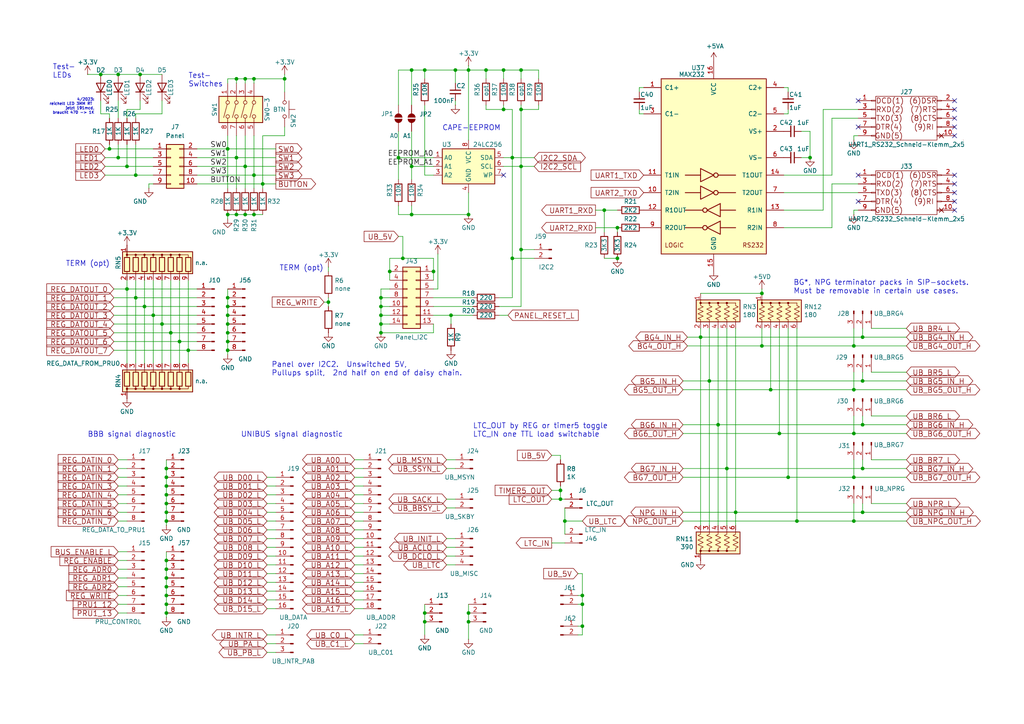
<source format=kicad_sch>
(kicad_sch (version 20231120) (generator "eeschema") (generator_version "8.0")
  (paper "A4")
  (junction (at 66.04 101.6))
  (junction (at 179.07 74.93))
  (junction (at 48.26 140.97))
  (junction (at 163.83 151.13))
  (junction (at 48.26 170.18))
  (junction (at 250.19 135.89))
  (junction (at 151.13 48.26))
  (junction (at 228.6 138.43))
  (junction (at 115.57 45.72))
  (junction (at 247.65 125.73))
  (junction (at 148.59 45.72))
  (junction (at 66.04 93.98))
  (junction (at 175.26 60.96))
  (junction (at 213.36 148.59))
  (junction (at 68.58 22.86))
  (junction (at 48.26 177.8))
  (junction (at 234.95 45.72))
  (junction (at 48.26 165.1))
  (junction (at 66.04 43.18))
  (junction (at 71.12 22.86))
  (junction (at 49.53 96.52))
  (junction (at 95.25 87.63))
  (junction (at 73.66 50.8))
  (junction (at 162.56 142.24))
  (junction (at 48.26 146.05))
  (junction (at 48.26 172.72))
  (junction (at 110.49 91.44))
  (junction (at 68.58 45.72))
  (junction (at 48.26 151.13))
  (junction (at 168.91 181.61))
  (junction (at 113.03 78.74))
  (junction (at 119.38 20.32))
  (junction (at 73.66 62.23))
  (junction (at 148.59 74.93))
  (junction (at 123.19 180.34))
  (junction (at 220.98 100.33))
  (junction (at 132.08 20.32))
  (junction (at 125.73 78.74))
  (junction (at 39.37 50.8))
  (junction (at 179.07 66.04))
  (junction (at 203.2 97.79))
  (junction (at 40.64 21.59))
  (junction (at 71.12 62.23))
  (junction (at 119.38 62.23))
  (junction (at 73.66 22.86))
  (junction (at 116.84 74.93))
  (junction (at 29.21 21.59))
  (junction (at 250.19 148.59))
  (junction (at 231.14 151.13))
  (junction (at 119.38 48.26))
  (junction (at 48.26 175.26))
  (junction (at 247.65 138.43))
  (junction (at 168.91 172.72))
  (junction (at 226.06 125.73))
  (junction (at 44.45 91.44))
  (junction (at 205.74 110.49))
  (junction (at 41.91 88.9))
  (junction (at 82.55 22.86))
  (junction (at 247.65 151.13))
  (junction (at 146.05 20.32))
  (junction (at 52.07 99.06))
  (junction (at 68.58 62.23))
  (junction (at 31.75 43.18))
  (junction (at 36.83 83.82))
  (junction (at 39.37 86.36))
  (junction (at 34.29 45.72))
  (junction (at 48.26 135.89))
  (junction (at 48.26 148.59))
  (junction (at 247.65 113.03))
  (junction (at 162.56 144.78))
  (junction (at 151.13 31.75))
  (junction (at 208.28 123.19))
  (junction (at 54.61 101.6))
  (junction (at 247.65 100.33))
  (junction (at 48.26 167.64))
  (junction (at 66.04 91.44))
  (junction (at 110.49 96.52))
  (junction (at 130.81 91.44))
  (junction (at 151.13 72.39))
  (junction (at 66.04 88.9))
  (junction (at 250.19 110.49))
  (junction (at 66.04 86.36))
  (junction (at 66.04 99.06))
  (junction (at 123.19 177.8))
  (junction (at 48.26 143.51))
  (junction (at 66.04 62.23))
  (junction (at 140.97 20.32))
  (junction (at 210.82 135.89))
  (junction (at 48.26 162.56))
  (junction (at 250.19 97.79))
  (junction (at 48.26 138.43))
  (junction (at 66.04 96.52))
  (junction (at 34.29 21.59))
  (junction (at 36.83 48.26))
  (junction (at 135.89 177.8))
  (junction (at 146.05 31.75))
  (junction (at 250.19 123.19))
  (junction (at 135.89 20.32))
  (junction (at 135.89 62.23))
  (junction (at 110.49 88.9))
  (junction (at 135.89 180.34))
  (junction (at 220.98 85.09))
  (junction (at 76.2 53.34))
  (junction (at 151.13 20.32))
  (junction (at 123.19 20.32))
  (junction (at 71.12 48.26))
  (junction (at 110.49 93.98))
  (junction (at 110.49 86.36))
  (junction (at 168.91 175.26))
  (junction (at 46.99 93.98))
  (junction (at 223.52 113.03))
  (no_connect (at 276.86 50.8))
  (no_connect (at 248.92 58.42))
  (no_connect (at 248.92 50.8))
  (no_connect (at 276.86 36.83))
  (no_connect (at 276.86 39.37))
  (no_connect (at 248.92 29.21))
  (no_connect (at 276.86 34.29))
  (no_connect (at 276.86 58.42))
  (no_connect (at 146.05 50.8))
  (no_connect (at 248.92 36.83))
  (no_connect (at 276.86 60.96))
  (no_connect (at 276.86 55.88))
  (no_connect (at 276.86 29.21))
  (no_connect (at 276.86 53.34))
  (no_connect (at 276.86 31.75))
  (wire (pts (xy 227.33 66.04) (xy 241.3 66.04)))
  (wire (pts (xy 46.99 81.28) (xy 46.99 93.98)))
  (wire (pts (xy 77.47 184.15) (xy 80.01 184.15)))
  (wire (pts (xy 102.87 176.53) (xy 105.41 176.53)))
  (wire (pts (xy 71.12 22.86) (xy 73.66 22.86)))
  (wire (pts (xy 213.36 95.25) (xy 213.36 148.59)))
  (wire (pts (xy 113.03 93.98) (xy 110.49 93.98)))
  (wire (pts (xy 66.04 99.06) (xy 66.04 101.6)))
  (wire (pts (xy 110.49 88.9) (xy 110.49 86.36)))
  (wire (pts (xy 66.04 43.18) (xy 66.04 54.61)))
  (wire (pts (xy 30.48 48.26) (xy 36.83 48.26)))
  (wire (pts (xy 144.78 88.9) (xy 151.13 88.9)))
  (wire (pts (xy 41.91 81.28) (xy 41.91 88.9)))
  (wire (pts (xy 205.74 110.49) (xy 205.74 152.4)))
  (wire (pts (xy 132.08 20.32) (xy 135.89 20.32)))
  (wire (pts (xy 125.73 96.52) (xy 110.49 96.52)))
  (wire (pts (xy 226.06 125.73) (xy 247.65 125.73)))
  (wire (pts (xy 172.72 60.96) (xy 175.26 60.96)))
  (wire (pts (xy 203.2 97.79) (xy 250.19 97.79)))
  (wire (pts (xy 247.65 39.37) (xy 248.92 39.37)))
  (wire (pts (xy 125.73 91.44) (xy 130.81 91.44)))
  (wire (pts (xy 203.2 95.25) (xy 203.2 97.79)))
  (wire (pts (xy 252.73 120.65) (xy 262.89 120.65)))
  (wire (pts (xy 123.19 180.34) (xy 123.19 177.8)))
  (wire (pts (xy 52.07 99.06) (xy 33.02 99.06)))
  (wire (pts (xy 110.49 91.44) (xy 110.49 88.9)))
  (wire (pts (xy 129.54 135.89) (xy 132.08 135.89)))
  (wire (pts (xy 228.6 33.02) (xy 228.6 31.75)))
  (wire (pts (xy 226.06 95.25) (xy 226.06 125.73)))
  (wire (pts (xy 146.05 45.72) (xy 148.59 45.72)))
  (wire (pts (xy 102.87 173.99) (xy 105.41 173.99)))
  (wire (pts (xy 80.01 45.72) (xy 68.58 45.72)))
  (wire (pts (xy 168.91 181.61) (xy 167.64 181.61)))
  (wire (pts (xy 48.26 148.59) (xy 48.26 151.13)))
  (wire (pts (xy 125.73 45.72) (xy 115.57 45.72)))
  (wire (pts (xy 247.65 100.33) (xy 262.89 100.33)))
  (wire (pts (xy 163.83 151.13) (xy 163.83 154.94)))
  (wire (pts (xy 34.29 45.72) (xy 34.29 41.91)))
  (wire (pts (xy 48.26 162.56) (xy 48.26 165.1)))
  (wire (pts (xy 76.2 53.34) (xy 80.01 53.34)))
  (wire (pts (xy 227.33 25.4) (xy 228.6 25.4)))
  (wire (pts (xy 102.87 184.15) (xy 105.41 184.15)))
  (wire (pts (xy 34.29 135.89) (xy 36.83 135.89)))
  (wire (pts (xy 77.47 166.37) (xy 80.01 166.37)))
  (wire (pts (xy 52.07 99.06) (xy 52.07 105.41)))
  (wire (pts (xy 30.48 50.8) (xy 39.37 50.8)))
  (wire (pts (xy 205.74 95.25) (xy 205.74 110.49)))
  (wire (pts (xy 48.26 135.89) (xy 48.26 138.43)))
  (wire (pts (xy 127 83.82) (xy 125.73 83.82)))
  (wire (pts (xy 48.26 170.18) (xy 48.26 172.72)))
  (wire (pts (xy 82.55 21.59) (xy 82.55 22.86)))
  (wire (pts (xy 34.29 170.18) (xy 36.83 170.18)))
  (wire (pts (xy 68.58 39.37) (xy 68.58 45.72)))
  (wire (pts (xy 129.54 163.83) (xy 132.08 163.83)))
  (wire (pts (xy 163.83 151.13) (xy 168.91 151.13)))
  (wire (pts (xy 226.06 125.73) (xy 198.12 125.73)))
  (wire (pts (xy 140.97 22.86) (xy 140.97 20.32)))
  (wire (pts (xy 41.91 88.9) (xy 41.91 105.41)))
  (wire (pts (xy 39.37 86.36) (xy 33.02 86.36)))
  (wire (pts (xy 247.65 62.23) (xy 247.65 60.96)))
  (wire (pts (xy 48.26 143.51) (xy 48.26 146.05)))
  (wire (pts (xy 71.12 22.86) (xy 71.12 24.13)))
  (wire (pts (xy 66.04 99.06) (xy 66.04 96.52)))
  (wire (pts (xy 241.3 53.34) (xy 248.92 53.34)))
  (wire (pts (xy 68.58 22.86) (xy 71.12 22.86)))
  (wire (pts (xy 175.26 74.93) (xy 179.07 74.93)))
  (wire (pts (xy 31.75 43.18) (xy 44.45 43.18)))
  (wire (pts (xy 175.26 67.31) (xy 175.26 60.96)))
  (wire (pts (xy 151.13 31.75) (xy 156.21 31.75)))
  (wire (pts (xy 57.15 48.26) (xy 71.12 48.26)))
  (wire (pts (xy 102.87 140.97) (xy 105.41 140.97)))
  (wire (pts (xy 66.04 39.37) (xy 66.04 43.18)))
  (wire (pts (xy 250.19 133.35) (xy 250.19 135.89)))
  (wire (pts (xy 57.15 101.6) (xy 54.61 101.6)))
  (wire (pts (xy 247.65 138.43) (xy 262.89 138.43)))
  (wire (pts (xy 123.19 22.86) (xy 123.19 20.32)))
  (wire (pts (xy 77.47 151.13) (xy 80.01 151.13)))
  (wire (pts (xy 49.53 96.52) (xy 49.53 105.41)))
  (wire (pts (xy 247.65 60.96) (xy 248.92 60.96)))
  (wire (pts (xy 76.2 39.37) (xy 82.55 39.37)))
  (wire (pts (xy 135.89 180.34) (xy 135.89 177.8)))
  (wire (pts (xy 232.41 38.1) (xy 234.95 38.1)))
  (wire (pts (xy 34.29 165.1) (xy 36.83 165.1)))
  (wire (pts (xy 48.26 175.26) (xy 48.26 177.8)))
  (wire (pts (xy 76.2 62.23) (xy 73.66 62.23)))
  (wire (pts (xy 250.19 107.95) (xy 250.19 110.49)))
  (wire (pts (xy 68.58 62.23) (xy 66.04 62.23)))
  (wire (pts (xy 129.54 147.32) (xy 132.08 147.32)))
  (wire (pts (xy 80.01 43.18) (xy 66.04 43.18)))
  (wire (pts (xy 130.81 93.98) (xy 130.81 91.44)))
  (wire (pts (xy 125.73 48.26) (xy 119.38 48.26)))
  (wire (pts (xy 48.26 148.59) (xy 48.26 146.05)))
  (wire (pts (xy 44.45 91.44) (xy 33.02 91.44)))
  (wire (pts (xy 66.04 88.9) (xy 66.04 91.44)))
  (wire (pts (xy 110.49 83.82) (xy 110.49 86.36)))
  (wire (pts (xy 220.98 95.25) (xy 220.98 100.33)))
  (wire (pts (xy 48.26 165.1) (xy 48.26 167.64)))
  (wire (pts (xy 39.37 81.28) (xy 39.37 86.36)))
  (wire (pts (xy 113.03 88.9) (xy 110.49 88.9)))
  (wire (pts (xy 127 73.66) (xy 127 83.82)))
  (wire (pts (xy 66.04 62.23) (xy 66.04 63.5)))
  (wire (pts (xy 146.05 48.26) (xy 151.13 48.26)))
  (wire (pts (xy 77.47 146.05) (xy 80.01 146.05)))
  (wire (pts (xy 247.65 95.25) (xy 247.65 100.33)))
  (wire (pts (xy 102.87 133.35) (xy 105.41 133.35)))
  (wire (pts (xy 82.55 22.86) (xy 82.55 26.67)))
  (wire (pts (xy 146.05 31.75) (xy 140.97 31.75)))
  (wire (pts (xy 39.37 33.02) (xy 39.37 34.29)))
  (wire (pts (xy 250.19 135.89) (xy 262.89 135.89)))
  (wire (pts (xy 40.64 21.59) (xy 46.99 21.59)))
  (wire (pts (xy 66.04 91.44) (xy 66.04 93.98)))
  (wire (pts (xy 31.75 43.18) (xy 31.75 41.91)))
  (wire (pts (xy 29.21 21.59) (xy 34.29 21.59)))
  (wire (pts (xy 148.59 31.75) (xy 146.05 31.75)))
  (wire (pts (xy 115.57 20.32) (xy 115.57 30.48)))
  (wire (pts (xy 77.47 171.45) (xy 80.01 171.45)))
  (wire (pts (xy 247.65 146.05) (xy 247.65 151.13)))
  (wire (pts (xy 140.97 31.75) (xy 140.97 30.48)))
  (wire (pts (xy 36.83 83.82) (xy 36.83 105.41)))
  (wire (pts (xy 102.87 151.13) (xy 105.41 151.13)))
  (wire (pts (xy 115.57 68.58) (xy 116.84 68.58)))
  (wire (pts (xy 123.19 50.8) (xy 123.19 30.48)))
  (wire (pts (xy 125.73 88.9) (xy 137.16 88.9)))
  (wire (pts (xy 125.73 74.93) (xy 125.73 78.74)))
  (wire (pts (xy 129.54 156.21) (xy 132.08 156.21)))
  (wire (pts (xy 186.69 33.02) (xy 185.42 33.02)))
  (wire (pts (xy 185.42 26.67) (xy 185.42 25.4)))
  (wire (pts (xy 151.13 48.26) (xy 154.94 48.26)))
  (wire (pts (xy 71.12 39.37) (xy 71.12 48.26)))
  (wire (pts (xy 123.19 180.34) (xy 123.19 184.15)))
  (wire (pts (xy 57.15 88.9) (xy 41.91 88.9)))
  (wire (pts (xy 73.66 50.8) (xy 80.01 50.8)))
  (wire (pts (xy 40.64 31.75) (xy 40.64 29.21)))
  (wire (pts (xy 247.65 133.35) (xy 247.65 138.43)))
  (wire (pts (xy 148.59 31.75) (xy 148.59 45.72)))
  (wire (pts (xy 144.78 91.44) (xy 147.32 91.44)))
  (wire (pts (xy 129.54 133.35) (xy 132.08 133.35)))
  (wire (pts (xy 199.39 97.79) (xy 203.2 97.79)))
  (wire (pts (xy 231.14 151.13) (xy 247.65 151.13)))
  (wire (pts (xy 241.3 34.29) (xy 248.92 34.29)))
  (wire (pts (xy 220.98 100.33) (xy 247.65 100.33)))
  (wire (pts (xy 36.83 83.82) (xy 33.02 83.82)))
  (wire (pts (xy 82.55 36.83) (xy 82.55 39.37)))
  (wire (pts (xy 46.99 93.98) (xy 33.02 93.98)))
  (wire (pts (xy 66.04 86.36) (xy 66.04 88.9)))
  (wire (pts (xy 113.03 74.93) (xy 113.03 78.74)))
  (wire (pts (xy 163.83 157.48) (xy 160.02 157.48)))
  (wire (pts (xy 77.47 156.21) (xy 80.01 156.21)))
  (wire (pts (xy 154.94 74.93) (xy 148.59 74.93)))
  (wire (pts (xy 250.19 95.25) (xy 250.19 97.79)))
  (wire (pts (xy 223.52 113.03) (xy 247.65 113.03)))
  (wire (pts (xy 77.47 168.91) (xy 80.01 168.91)))
  (wire (pts (xy 156.21 20.32) (xy 156.21 22.86)))
  (wire (pts (xy 39.37 33.02) (xy 46.99 33.02)))
  (wire (pts (xy 76.2 53.34) (xy 76.2 54.61)))
  (wire (pts (xy 148.59 86.36) (xy 148.59 74.93)))
  (wire (pts (xy 228.6 138.43) (xy 247.65 138.43)))
  (wire (pts (xy 57.15 45.72) (xy 68.58 45.72)))
  (wire (pts (xy 247.65 151.13) (xy 262.89 151.13)))
  (wire (pts (xy 77.47 163.83) (xy 80.01 163.83)))
  (wire (pts (xy 57.15 96.52) (xy 49.53 96.52)))
  (wire (pts (xy 110.49 86.36) (xy 113.03 86.36)))
  (wire (pts (xy 163.83 147.32) (xy 163.83 151.13)))
  (wire (pts (xy 250.19 97.79) (xy 262.89 97.79)))
  (wire (pts (xy 57.15 50.8) (xy 73.66 50.8)))
  (wire (pts (xy 228.6 25.4) (xy 228.6 26.67)))
  (wire (pts (xy 34.29 162.56) (xy 36.83 162.56)))
  (wire (pts (xy 77.47 161.29) (xy 80.01 161.29)))
  (wire (pts (xy 110.49 93.98) (xy 110.49 91.44)))
  (wire (pts (xy 156.21 31.75) (xy 156.21 30.48)))
  (wire (pts (xy 160.02 142.24) (xy 162.56 142.24)))
  (wire (pts (xy 231.14 95.25) (xy 231.14 151.13)))
  (wire (pts (xy 102.87 148.59) (xy 105.41 148.59)))
  (wire (pts (xy 208.28 123.19) (xy 250.19 123.19)))
  (wire (pts (xy 71.12 48.26) (xy 71.12 54.61)))
  (wire (pts (xy 135.89 19.05) (xy 135.89 20.32)))
  (wire (pts (xy 151.13 20.32) (xy 151.13 22.86)))
  (wire (pts (xy 252.73 133.35) (xy 262.89 133.35)))
  (wire (pts (xy 43.18 53.34) (xy 44.45 53.34)))
  (wire (pts (xy 34.29 133.35) (xy 36.83 133.35)))
  (wire (pts (xy 34.29 146.05) (xy 36.83 146.05)))
  (wire (pts (xy 34.29 177.8) (xy 36.83 177.8)))
  (wire (pts (xy 213.36 148.59) (xy 250.19 148.59)))
  (wire (pts (xy 102.87 168.91) (xy 105.41 168.91)))
  (wire (pts (xy 49.53 81.28) (xy 49.53 96.52)))
  (wire (pts (xy 44.45 81.28) (xy 44.45 91.44)))
  (wire (pts (xy 125.73 86.36) (xy 137.16 86.36)))
  (wire (pts (xy 39.37 50.8) (xy 44.45 50.8)))
  (wire (pts (xy 162.56 132.08) (xy 162.56 133.35)))
  (wire (pts (xy 71.12 48.26) (xy 80.01 48.26)))
  (wire (pts (xy 102.87 146.05) (xy 105.41 146.05)))
  (wire (pts (xy 36.83 81.28) (xy 36.83 83.82)))
  (wire (pts (xy 77.47 140.97) (xy 80.01 140.97)))
  (wire (pts (xy 168.91 175.26) (xy 167.64 175.26)))
  (wire (pts (xy 49.53 96.52) (xy 33.02 96.52)))
  (wire (pts (xy 95.25 78.74) (xy 95.25 77.47)))
  (wire (pts (xy 31.75 33.02) (xy 31.75 34.29)))
  (wire (pts (xy 210.82 135.89) (xy 210.82 152.4)))
  (wire (pts (xy 123.19 20.32) (xy 132.08 20.32)))
  (wire (pts (xy 135.89 180.34) (xy 135.89 185.42)))
  (wire (pts (xy 57.15 99.06) (xy 52.07 99.06)))
  (wire (pts (xy 227.33 55.88) (xy 248.92 55.88)))
  (wire (pts (xy 168.91 172.72) (xy 168.91 175.26)))
  (wire (pts (xy 238.76 31.75) (xy 238.76 60.96)))
  (wire (pts (xy 39.37 50.8) (xy 39.37 41.91)))
  (wire (pts (xy 160.02 132.08) (xy 162.56 132.08)))
  (wire (pts (xy 73.66 22.86) (xy 82.55 22.86)))
  (wire (pts (xy 210.82 95.25) (xy 210.82 135.89)))
  (wire (pts (xy 116.84 74.93) (xy 113.03 74.93)))
  (wire (pts (xy 68.58 45.72) (xy 68.58 54.61)))
  (wire (pts (xy 132.08 24.13) (xy 132.08 20.32)))
  (wire (pts (xy 39.37 86.36) (xy 39.37 105.41)))
  (wire (pts (xy 146.05 30.48) (xy 146.05 31.75)))
  (wire (pts (xy 41.91 88.9) (xy 33.02 88.9)))
  (wire (pts (xy 95.25 86.36) (xy 95.25 87.63)))
  (wire (pts (xy 168.91 172.72) (xy 167.64 172.72)))
  (wire (pts (xy 48.26 167.64) (xy 48.26 170.18)))
  (wire (pts (xy 113.03 91.44) (xy 110.49 91.44)))
  (wire (pts (xy 146.05 20.32) (xy 151.13 20.32)))
  (wire (pts (xy 151.13 20.32) (xy 156.21 20.32)))
  (wire (pts (xy 199.39 100.33) (xy 220.98 100.33)))
  (wire (pts (xy 34.29 34.29) (xy 34.29 29.21)))
  (wire (pts (xy 135.89 62.23) (xy 135.89 55.88)))
  (wire (pts (xy 102.87 163.83) (xy 105.41 163.83)))
  (wire (pts (xy 162.56 144.78) (xy 160.02 144.78)))
  (wire (pts (xy 34.29 151.13) (xy 36.83 151.13)))
  (wire (pts (xy 76.2 39.37) (xy 76.2 53.34)))
  (wire (pts (xy 227.33 50.8) (xy 241.3 50.8)))
  (wire (pts (xy 168.91 181.61) (xy 168.91 184.15)))
  (wire (pts (xy 57.15 86.36) (xy 39.37 86.36)))
  (wire (pts (xy 34.29 167.64) (xy 36.83 167.64)))
  (wire (pts (xy 102.87 161.29) (xy 105.41 161.29)))
  (wire (pts (xy 110.49 83.82) (xy 113.03 83.82)))
  (wire (pts (xy 34.29 21.59) (xy 40.64 21.59)))
  (wire (pts (xy 71.12 62.23) (xy 68.58 62.23)))
  (wire (pts (xy 162.56 144.78) (xy 163.83 144.78)))
  (wire (pts (xy 102.87 158.75) (xy 105.41 158.75)))
  (wire (pts (xy 29.21 33.02) (xy 29.21 29.21)))
  (wire (pts (xy 168.91 175.26) (xy 168.91 181.61)))
  (wire (pts (xy 102.87 166.37) (xy 105.41 166.37)))
  (wire (pts (xy 252.73 107.95) (xy 262.89 107.95)))
  (wire (pts (xy 167.64 166.37) (xy 168.91 166.37)))
  (wire (pts (xy 77.47 153.67) (xy 80.01 153.67)))
  (wire (pts (xy 119.38 20.32) (xy 115.57 20.32)))
  (wire (pts (xy 77.47 186.69) (xy 80.01 186.69)))
  (wire (pts (xy 247.65 113.03) (xy 262.89 113.03)))
  (wire (pts (xy 247.65 120.65) (xy 247.65 125.73)))
  (wire (pts (xy 34.29 45.72) (xy 44.45 45.72)))
  (wire (pts (xy 110.49 96.52) (xy 110.49 93.98)))
  (wire (pts (xy 148.59 74.93) (xy 148.59 45.72)))
  (wire (pts (xy 250.19 120.65) (xy 250.19 123.19)))
  (wire (pts (xy 57.15 43.18) (xy 66.04 43.18)))
  (wire (pts (xy 123.19 50.8) (xy 125.73 50.8)))
  (wire (pts (xy 135.89 40.64) (xy 135.89 20.32)))
  (wire (pts (xy 148.59 45.72) (xy 154.94 45.72)))
  (wire (pts (xy 102.87 138.43) (xy 105.41 138.43)))
  (wire (pts (xy 247.65 40.64) (xy 247.65 39.37)))
  (wire (pts (xy 162.56 142.24) (xy 162.56 144.78)))
  (wire (pts (xy 185.42 25.4) (xy 186.69 25.4)))
  (wire (pts (xy 102.87 153.67) (xy 105.41 153.67)))
  (wire (pts (xy 44.45 91.44) (xy 44.45 105.41)))
  (wire (pts (xy 223.52 95.25) (xy 223.52 113.03)))
  (wire (pts (xy 198.12 135.89) (xy 210.82 135.89)))
  (wire (pts (xy 125.73 93.98) (xy 125.73 96.52)))
  (wire (pts (xy 185.42 33.02) (xy 185.42 31.75)))
  (wire (pts (xy 208.28 95.25) (xy 208.28 123.19)))
  (wire (pts (xy 129.54 161.29) (xy 132.08 161.29)))
  (wire (pts (xy 54.61 101.6) (xy 54.61 105.41)))
  (wire (pts (xy 241.3 66.04) (xy 241.3 53.34)))
  (wire (pts (xy 129.54 144.78) (xy 132.08 144.78)))
  (wire (pts (xy 66.04 101.6) (xy 66.04 102.87)))
  (wire (pts (xy 125.73 78.74) (xy 125.73 81.28)))
  (wire (pts (xy 77.47 143.51) (xy 80.01 143.51)))
  (wire (pts (xy 48.26 133.35) (xy 48.26 135.89)))
  (wire (pts (xy 66.04 83.82) (xy 66.04 86.36)))
  (wire (pts (xy 151.13 72.39) (xy 151.13 48.26)))
  (wire (pts (xy 119.38 38.1) (xy 119.38 48.26)))
  (wire (pts (xy 250.19 110.49) (xy 262.89 110.49)))
  (wire (pts (xy 31.75 33.02) (xy 29.21 33.02)))
  (wire (pts (xy 102.87 171.45) (xy 105.41 171.45)))
  (wire (pts (xy 232.41 45.72) (xy 234.95 45.72)))
  (wire (pts (xy 115.57 62.23) (xy 119.38 62.23)))
  (wire (pts (xy 116.84 68.58) (xy 116.84 74.93)))
  (wire (pts (xy 46.99 33.02) (xy 46.99 29.21)))
  (wire (pts (xy 220.98 83.82) (xy 220.98 85.09)))
  (wire (pts (xy 25.4 21.59) (xy 29.21 21.59)))
  (wire (pts (xy 129.54 158.75) (xy 132.08 158.75)))
  (wire (pts (xy 77.47 189.23) (xy 80.01 189.23)))
  (wire (pts (xy 172.72 66.04) (xy 179.07 66.04)))
  (wire (pts (xy 46.99 93.98) (xy 46.99 105.41)))
  (wire (pts (xy 250.19 148.59) (xy 262.89 148.59)))
  (wire (pts (xy 34.29 160.02) (xy 36.83 160.02)))
  (wire (pts (xy 73.66 50.8) (xy 73.66 54.61)))
  (wire (pts (xy 36.83 48.26) (xy 44.45 48.26)))
  (wire (pts (xy 227.33 33.02) (xy 228.6 33.02)))
  (wire (pts (xy 102.87 186.69) (xy 105.41 186.69)))
  (wire (pts (xy 115.57 59.69) (xy 115.57 62.23)))
  (wire (pts (xy 140.97 20.32) (xy 146.05 20.32)))
  (wire (pts (xy 115.57 38.1) (xy 115.57 45.72)))
  (wire (pts (xy 247.65 107.95) (xy 247.65 113.03)))
  (wire (pts (xy 123.19 177.8) (xy 123.19 175.26)))
  (wire (pts (xy 198.12 123.19) (xy 208.28 123.19)))
  (wire (pts (xy 210.82 135.89) (xy 250.19 135.89)))
  (wire (pts (xy 93.98 87.63) (xy 95.25 87.63)))
  (wire (pts (xy 77.47 173.99) (xy 80.01 173.99)))
  (wire (pts (xy 57.15 93.98) (xy 46.99 93.98)))
  (wire (pts (xy 66.04 22.86) (xy 68.58 22.86)))
  (wire (pts (xy 48.26 151.13) (xy 48.26 152.4)))
  (wire (pts (xy 203.2 85.09) (xy 220.98 85.09)))
  (wire (pts (xy 57.15 53.34) (xy 76.2 53.34)))
  (wire (pts (xy 57.15 83.82) (xy 36.83 83.82)))
  (wire (pts (xy 162.56 140.97) (xy 162.56 142.24)))
  (wire (pts (xy 198.12 113.03) (xy 223.52 113.03)))
  (wire (pts (xy 231.14 151.13) (xy 198.12 151.13)))
  (wire (pts (xy 66.04 24.13) (xy 66.04 22.86)))
  (wire (pts (xy 213.36 148.59) (xy 213.36 152.4)))
  (wire (pts (xy 151.13 88.9) (xy 151.13 72.39)))
  (wire (pts (xy 48.26 138.43) (xy 48.26 140.97)))
  (wire (pts (xy 262.89 146.05) (xy 252.73 146.05)))
  (wire (pts (xy 132.08 29.21) (xy 132.08 30.48)))
  (wire (pts (xy 198.12 110.49) (xy 205.74 110.49)))
  (wire (pts (xy 234.95 38.1) (xy 234.95 45.72)))
  (wire (pts (xy 77.47 148.59) (xy 80.01 148.59)))
  (wire (pts (xy 119.38 48.26) (xy 119.38 52.07)))
  (wire (pts (xy 54.61 81.28) (xy 54.61 101.6)))
  (wire (pts (xy 175.26 60.96) (xy 179.07 60.96)))
  (wire (pts (xy 135.89 20.32) (xy 140.97 20.32)))
  (wire (pts (xy 102.87 135.89) (xy 105.41 135.89)))
  (wire (pts (xy 34.29 140.97) (xy 36.83 140.97)))
  (wire (pts (xy 227.33 60.96) (xy 238.76 60.96)))
  (wire (pts (xy 77.47 176.53) (xy 80.01 176.53)))
  (wire (pts (xy 203.2 97.79) (xy 203.2 152.4)))
  (wire (pts (xy 34.29 172.72) (xy 36.83 172.72)))
  (wire (pts (xy 151.13 31.75) (xy 151.13 48.26)))
  (wire (pts (xy 119.38 59.69) (xy 119.38 62.23)))
  (wire (pts (xy 115.57 45.72) (xy 115.57 52.07)))
  (wire (pts (xy 34.29 175.26) (xy 36.83 175.26)))
  (wire (pts (xy 30.48 45.72) (xy 34.29 45.72)))
  (wire (pts (xy 73.66 22.86) (xy 73.66 24.13)))
  (wire (pts (xy 119.38 30.48) (xy 119.38 20.32)))
  (wire (pts (xy 73.66 62.23) (xy 71.12 62.23)))
  (wire (pts (xy 43.18 54.61) (xy 43.18 53.34)))
  (wire (pts (xy 34.29 138.43) (xy 36.83 138.43)))
  (wire (pts (xy 36.83 31.75) (xy 40.64 31.75)))
  (wire (pts (xy 154.94 72.39) (xy 151.13 72.39)))
  (wire (pts (xy 252.73 95.25) (xy 262.89 95.25)))
  (wire (pts (xy 48.26 177.8) (xy 48.26 179.07)))
  (wire (pts (xy 95.25 87.63) (xy 95.25 88.9)))
  (wire (pts (xy 68.58 24.13) (xy 68.58 22.86)))
  (wire (pts (xy 77.47 158.75) (xy 80.01 158.75)))
  (wire (pts (xy 123.19 20.32) (xy 119.38 20.32)))
  (wire (pts (xy 48.26 175.26) (xy 48.26 172.72)))
  (wire (pts (xy 168.91 184.15) (xy 167.64 184.15)))
  (wire (pts (xy 125.73 74.93) (xy 116.84 74.93)))
  (wire (pts (xy 135.89 177.8) (xy 135.89 175.26)))
  (wire (pts (xy 205.74 110.49) (xy 250.19 110.49)))
  (wire (pts (xy 250.19 146.05) (xy 250.19 148.59)))
  (wire (pts (xy 30.48 43.18) (xy 31.75 43.18)))
  (wire (pts (xy 54.61 101.6) (xy 33.02 101.6)))
  (wire (pts (xy 238.76 31.75) (xy 248.92 31.75)))
  (wire (pts (xy 179.07 66.04) (xy 179.07 67.31)))
  (wire (pts (xy 36.83 48.26) (xy 36.83 41.91)))
  (wire (pts (xy 241.3 34.29) (xy 241.3 50.8)))
  (wire (pts (xy 168.91 166.37) (xy 168.91 172.72)))
  (wire (pts (xy 228.6 138.43) (xy 198.12 138.43)))
  (wire (pts (xy 102.87 156.21) (xy 105.41 156.21)))
  (wire (pts (xy 146.05 22.86) (xy 146.05 20.32)))
  (wire (pts (xy 119.38 62.23) (xy 135.89 62.23)))
  (wire (pts (xy 102.87 143.51) (xy 105.41 143.51)))
  (wire (pts (xy 36.83 34.29) (xy 36.83 31.75)))
  (wire (pts (xy 198.12 148.59) (xy 213.36 148.59)))
  (wire (pts (xy 73.66 39.37) (xy 73.66 50.8)))
  (wire (pts (xy 113.03 78.74) (xy 113.03 81.28)))
  (wire (pts (xy 247.65 125.73) (xy 262.89 125.73)))
  (wire (pts (xy 250.19 123.19) (xy 262.89 123.19)))
  (wire (pts (xy 208.28 123.19) (xy 208.28 152.4)))
  (wire (pts (xy 130.81 91.44) (xy 137.16 91.44)))
  (wire (pts (xy 77.47 138.43) (xy 80.01 138.43)))
  (wire (pts (xy 228.6 95.25) (xy 228.6 138.43)))
  (wire (pts (xy 66.04 93.98) (xy 66.04 96.52)))
  (wire (pts (xy 144.78 86.36) (xy 148.59 86.36)))
  (wire (pts (xy 34.29 143.51) (xy 36.83 143.51)))
  (wire (pts (xy 57.15 91.44) (xy 44.45 91.44)))
  (wire (pts (xy 52.07 81.28) (xy 52.07 99.06)))
  (wire (pts (xy 34.29 148.59) (xy 36.83 148.59)))
  (wire (pts (xy 48.26 160.02) (xy 48.26 162.56)))
  (wire (pts (xy 151.13 30.48) (xy 151.13 31.75)))
  (wire (pts (xy 48.26 140.97) (xy 48.26 143.51)))
  (text "BBB signal diagnostic" (at 25.4 127 0) (effects (font (size 1.524 1.524)) (justify left bottom)))
  (text "4/2023:\nreichelt LED 3MM RT \njetzt 191mcd,\nbraucht 470 -> 1K" (at 27.432 33.274 0) (effects (font (size 0.7874 0.7874)) (justify right bottom)))
  (text "Test-\nSwitches\n" (at 54.61 25.4 0) (effects (font (size 1.524 1.524)) (justify left bottom)))
  (text "TERM (opt)" (at 19.05 77.47 0) (effects (font (size 1.524 1.524)) (justify left bottom)))
  (text "TERM (opt)" (at 81.026 78.74 0) (effects (font (size 1.524 1.524)) (justify left bottom)))
  (text "BG*, NPG terminator packs in SIP-sockets.\nMust be removable in certain use cases.\n" (at 230.124 83.312 0) (effects (font (size 1.524 1.524)) (justify left)))
  (text "CAPE-EEPROM" (at 128.27 38.1 0) (effects (font (size 1.524 1.524)) (justify left bottom)))
  (text "UNIBUS signal diagnostic" (at 69.85 127 0) (effects (font (size 1.524 1.524)) (justify left bottom)))
  (text "Test-\nLEDs" (at 15.24 22.86 0) (effects (font (size 1.524 1.524)) (justify left bottom)))
  (text "Panel over I2C2.  Unswitched 5V, \nPullups split,  2nd half on end of daisy chain." (at 78.74 109.22 0) (effects (font (size 1.524 1.524)) (justify left bottom)))
  (text "LTC_OUT by REG or timer5 toggle\nLTC_IN one TTL load switchable\n" (at 137.16 127 0) (effects (font (size 1.524 1.524)) (justify left bottom)))
  (label "SW0" (at 60.96 43.18 0) (effects (font (size 1.524 1.524))))
  (label "BUTTON" (at 60.96 53.34 0) (effects (font (size 1.524 1.524))))
  (label "SW3" (at 60.96 50.8 0) (effects (font (size 1.524 1.524))))
  (label "EEPROM_A1" (at 125.73 48.26 180) (effects (font (size 1.524 1.524))))
  (label "SW2" (at 60.96 48.26 0) (effects (font (size 1.524 1.524))))
  (label "EEPROM_A0" (at 125.73 45.72 180) (effects (font (size 1.524 1.524))))
  (label "SW1" (at 60.96 45.72 0) (effects (font (size 1.524 1.524))))
  (global_label "UB_SSYN_L" (shape bidirectional) (at 129.54 135.89 180) (effects (font (size 1.524 1.524))) (property "Intersheetrefs" "${INTERSHEET_REFS}" (effects (hide yes))))
  (global_label "UB_D08_L" (shape bidirectional) (at 77.47 158.75 180) (effects (font (size 1.524 1.524))) (property "Intersheetrefs" "${INTERSHEET_REFS}" (effects (hide yes))))
  (global_label "LED2" (shape input) (at 30.48 48.26 180) (effects (font (size 1.524 1.524))) (property "Intersheetrefs" "${INTERSHEET_REFS}" (effects (hide yes))))
  (global_label "UB_NPR_L" (shape bidirectional) (at 262.89 146.05 0) (effects (font (size 1.524 1.524))) (property "Intersheetrefs" "${INTERSHEET_REFS}" (effects (hide yes))))
  (global_label "UB_BR6_L" (shape bidirectional) (at 262.89 120.65 0) (effects (font (size 1.524 1.524))) (property "Intersheetrefs" "${INTERSHEET_REFS}" (effects (hide yes))))
  (global_label "UB_D06_L" (shape bidirectional) (at 77.47 153.67 180) (effects (font (size 1.524 1.524))) (property "Intersheetrefs" "${INTERSHEET_REFS}" (effects (hide yes))))
  (global_label "UB_NPG_OUT_H" (shape bidirectional) (at 262.89 151.13 0) (effects (font (size 1.524 1.524))) (property "Intersheetrefs" "${INTERSHEET_REFS}" (effects (hide yes))))
  (global_label "UB_5V" (shape input) (at 115.57 68.58 180) (effects (font (size 1.524 1.524))) (property "Intersheetrefs" "${INTERSHEET_REFS}" (effects (hide yes))))
  (global_label "UB_BR7_L" (shape bidirectional) (at 262.89 133.35 0) (effects (font (size 1.524 1.524))) (property "Intersheetrefs" "${INTERSHEET_REFS}" (effects (hide yes))))
  (global_label "UB_BG7_OUT_H" (shape bidirectional) (at 262.89 138.43 0) (effects (font (size 1.524 1.524))) (property "Intersheetrefs" "${INTERSHEET_REFS}" (effects (hide yes))))
  (global_label "UB_A00_L" (shape bidirectional) (at 102.87 133.35 180) (effects (font (size 1.524 1.524))) (property "Intersheetrefs" "${INTERSHEET_REFS}" (effects (hide yes))))
  (global_label "NPG_IN_H" (shape bidirectional) (at 198.12 148.59 180) (effects (font (size 1.524 1.524))) (property "Intersheetrefs" "${INTERSHEET_REFS}" (effects (hide yes))))
  (global_label "UB_BR4_L" (shape bidirectional) (at 262.89 95.25 0) (effects (font (size 1.524 1.524))) (property "Intersheetrefs" "${INTERSHEET_REFS}" (effects (hide yes))))
  (global_label "REG_DATIN_0" (shape input) (at 34.29 133.35 180) (effects (font (size 1.524 1.524))) (property "Intersheetrefs" "${INTERSHEET_REFS}" (effects (hide yes))))
  (global_label "UB_PB_L" (shape bidirectional) (at 77.47 189.23 180) (effects (font (size 1.524 1.524))) (property "Intersheetrefs" "${INTERSHEET_REFS}" (effects (hide yes))))
  (global_label "UB_D02_L" (shape bidirectional) (at 77.47 143.51 180) (effects (font (size 1.524 1.524))) (property "Intersheetrefs" "${INTERSHEET_REFS}" (effects (hide yes))))
  (global_label "UB_BG6_OUT_H" (shape bidirectional) (at 262.89 125.73 0) (effects (font (size 1.524 1.524))) (property "Intersheetrefs" "${INTERSHEET_REFS}" (effects (hide yes))))
  (global_label "UB_C1_L" (shape bidirectional) (at 102.87 186.69 180) (effects (font (size 1.524 1.524))) (property "Intersheetrefs" "${INTERSHEET_REFS}" (effects (hide yes))))
  (global_label "UB_D03_L" (shape bidirectional) (at 77.47 146.05 180) (effects (font (size 1.524 1.524))) (property "Intersheetrefs" "${INTERSHEET_REFS}" (effects (hide yes))))
  (global_label "BUS_ENABLE_L" (shape input) (at 34.29 160.02 180) (effects (font (size 1.524 1.524))) (property "Intersheetrefs" "${INTERSHEET_REFS}" (effects (hide yes))))
  (global_label "UB_LTC" (shape bidirectional) (at 168.91 151.13 0) (effects (font (size 1.524 1.524))) (property "Intersheetrefs" "${INTERSHEET_REFS}" (effects (hide yes))))
  (global_label "REG_DATOUT_4" (shape input) (at 33.02 93.98 180) (effects (font (size 1.524 1.524))) (property "Intersheetrefs" "${INTERSHEET_REFS}" (effects (hide yes))))
  (global_label "UB_A10_L" (shape bidirectional) (at 102.87 158.75 180) (effects (font (size 1.524 1.524))) (property "Intersheetrefs" "${INTERSHEET_REFS}" (effects (hide yes))))
  (global_label "I2C2_SDA" (shape bidirectional) (at 154.94 45.72 0) (effects (font (size 1.524 1.524))) (property "Intersheetrefs" "${INTERSHEET_REFS}" (effects (hide yes))))
  (global_label "BG5_OUT_H" (shape bidirectional) (at 198.12 113.03 180) (effects (font (size 1.524 1.524))) (property "Intersheetrefs" "${INTERSHEET_REFS}" (effects (hide yes))))
  (global_label "BG4_IN_H" (shape bidirectional) (at 199.39 97.79 180) (effects (font (size 1.524 1.524))) (property "Intersheetrefs" "${INTERSHEET_REFS}" (effects (hide yes))))
  (global_label "UB_PA_L" (shape bidirectional) (at 77.47 186.69 180) (effects (font (size 1.524 1.524))) (property "Intersheetrefs" "${INTERSHEET_REFS}" (effects (hide yes))))
  (global_label "UB_A14_L" (shape bidirectional) (at 102.87 168.91 180) (effects (font (size 1.524 1.524))) (property "Intersheetrefs" "${INTERSHEET_REFS}" (effects (hide yes))))
  (global_label "SW0" (shape output) (at 80.01 43.18 0) (effects (font (size 1.524 1.524))) (property "Intersheetrefs" "${INTERSHEET_REFS}" (effects (hide yes))))
  (global_label "REG_DATOUT_7" (shape input) (at 33.02 101.6 180) (effects (font (size 1.524 1.524))) (property "Intersheetrefs" "${INTERSHEET_REFS}" (effects (hide yes))))
  (global_label "REG_DATIN_6" (shape input) (at 34.29 148.59 180) (effects (font (size 1.524 1.524))) (property "Intersheetrefs" "${INTERSHEET_REFS}" (effects (hide yes))))
  (global_label "UB_D12_L" (shape bidirectional) (at 77.47 168.91 180) (effects (font (size 1.524 1.524))) (property "Intersheetrefs" "${INTERSHEET_REFS}" (effects (hide yes))))
  (global_label "BG4_OUT_H" (shape bidirectional) (at 199.39 100.33 180) (effects (font (size 1.524 1.524))) (property "Intersheetrefs" "${INTERSHEET_REFS}" (effects (hide yes))))
  (global_label "BG7_IN_H" (shape bidirectional) (at 198.12 135.89 180) (effects (font (size 1.524 1.524))) (property "Intersheetrefs" "${INTERSHEET_REFS}" (effects (hide yes))))
  (global_label "REG_DATIN_5" (shape input) (at 34.29 146.05 180) (effects (font (size 1.524 1.524))) (property "Intersheetrefs" "${INTERSHEET_REFS}" (effects (hide yes))))
  (global_label "BG7_OUT_H" (shape bidirectional) (at 198.12 138.43 180) (effects (font (size 1.524 1.524))) (property "Intersheetrefs" "${INTERSHEET_REFS}" (effects (hide yes))))
  (global_label "UART2_RXD" (shape output) (at 172.72 66.04 180) (effects (font (size 1.524 1.524))) (property "Intersheetrefs" "${INTERSHEET_REFS}" (effects (hide yes))))
  (global_label "UB_BG4_IN_H" (shape bidirectional) (at 262.89 97.79 0) (effects (font (size 1.524 1.524))) (property "Intersheetrefs" "${INTERSHEET_REFS}" (effects (hide yes))))
  (global_label "UB_INTR_L" (shape bidirectional) (at 77.47 184.15 180) (effects (font (size 1.524 1.524))) (property "Intersheetrefs" "${INTERSHEET_REFS}" (effects (hide yes))))
  (global_label "LED1" (shape input) (at 30.48 45.72 180) (effects (font (size 1.524 1.524))) (property "Intersheetrefs" "${INTERSHEET_REFS}" (effects (hide yes))))
  (global_label "REG_DATOUT_0" (shape input) (at 33.02 83.82 180) (effects (font (size 1.524 1.524))) (property "Intersheetrefs" "${INTERSHEET_REFS}" (effects (hide yes))))
  (global_label "UB_A02_L" (shape bidirectional) (at 102.87 138.43 180) (effects (font (size 1.524 1.524))) (property "Intersheetrefs" "${INTERSHEET_REFS}" (effects (hide yes))))
  (global_label "UB_D00_L" (shape bidirectional) (at 77.47 138.43 180) (effects (font (size 1.524 1.524))) (property "Intersheetrefs" "${INTERSHEET_REFS}" (effects (hide yes))))
  (global_label "UART1_TXD" (shape input) (at 186.69 50.8 180) (effects (font (size 1.524 1.524))) (property "Intersheetrefs" "${INTERSHEET_REFS}" (effects (hide yes))))
  (global_label "UB_D05_L" (shape bidirectional) (at 77.47 151.13 180) (effects (font (size 1.524 1.524))) (property "Intersheetrefs" "${INTERSHEET_REFS}" (effects (hide yes))))
  (global_label "BG6_OUT_H" (shape bidirectional) (at 198.12 125.73 180) (effects (font (size 1.524 1.524))) (property "Intersheetrefs" "${INTERSHEET_REFS}" (effects (hide yes))))
  (global_label "REG_DATOUT_6" (shape input) (at 33.02 99.06 180) (effects (font (size 1.524 1.524))) (property "Intersheetrefs" "${INTERSHEET_REFS}" (effects (hide yes))))
  (global_label "UB_INIT_L" (shape bidirectional) (at 129.54 156.21 180) (effects (font (size 1.524 1.524))) (property "Intersheetrefs" "${INTERSHEET_REFS}" (effects (hide yes))))
  (global_label "REG_DATIN_7" (shape input) (at 34.29 151.13 180) (effects (font (size 1.524 1.524))) (property "Intersheetrefs" "${INTERSHEET_REFS}" (effects (hide yes))))
  (global_label "BG5_IN_H" (shape bidirectional) (at 198.12 110.49 180) (effects (font (size 1.524 1.524))) (property "Intersheetrefs" "${INTERSHEET_REFS}" (effects (hide yes))))
  (global_label "UB_5V" (shape input) (at 160.02 132.08 180) (effects (font (size 1.524 1.524))) (property "Intersheetrefs" "${INTERSHEET_REFS}" (effects (hide yes))))
  (global_label "REG_DATOUT_2" (shape input) (at 33.02 88.9 180) (effects (font (size 1.524 1.524))) (property "Intersheetrefs" "${INTERSHEET_REFS}" (effects (hide yes))))
  (global_label "REG_DATIN_3" (shape input) (at 34.29 140.97 180) (effects (font (size 1.524 1.524))) (property "Intersheetrefs" "${INTERSHEET_REFS}" (effects (hide yes))))
  (global_label "UB_A04_L" (shape bidirectional) (at 102.87 143.51 180) (effects (font (size 1.524 1.524))) (property "Intersheetrefs" "${INTERSHEET_REFS}" (effects (hide yes))))
  (global_label "UB_MSYN_L" (shape bidirectional) (at 129.54 133.35 180) (effects (font (size 1.524 1.524))) (property "Intersheetrefs" "${INTERSHEET_REFS}" (effects (hide yes))))
  (global_label "UB_A06_L" (shape bidirectional) (at 102.87 148.59 180) (effects (font (size 1.524 1.524))) (property "Intersheetrefs" "${INTERSHEET_REFS}" (effects (hide yes))))
  (global_label "REG_DATIN_4" (shape input) (at 34.29 143.51 180) (effects (font (size 1.524 1.524))) (property "Intersheetrefs" "${INTERSHEET_REFS}" (effects (hide yes))))
  (global_label "LED3" (shape input) (at 30.48 50.8 180) (effects (font (size 1.524 1.524))) (property "Intersheetrefs" "${INTERSHEET_REFS}" (effects (hide yes))))
  (global_label "UB_DCLO_L" (shape bidirectional) (at 129.54 161.29 180) (effects (font (size 1.524 1.524))) (property "Intersheetrefs" "${INTERSHEET_REFS}" (effects (hide yes))))
  (global_label "UB_D04_L" (shape bidirectional) (at 77.47 148.59 180) (effects (font (size 1.524 1.524))) (property "Intersheetrefs" "${INTERSHEET_REFS}" (effects (hide yes))))
  (global_label "LTC_IN" (shape output) (at 160.02 157.48 180) (effects (font (size 1.524 1.524))) (property "Intersheetrefs" "${INTERSHEET_REFS}" (effects (hide yes))))
  (global_label "UB_D09_L" (shape bidirectional) (at 77.47 161.29 180) (effects (font (size 1.524 1.524))) (property "Intersheetrefs" "${INTERSHEET_REFS}" (effects (hide yes))))
  (global_label "REG_WRITE" (shape input) (at 93.98 87.63 180) (effects (font (size 1.524 1.524))) (property "Intersheetrefs" "${INTERSHEET_REFS}" (effects (hide yes))))
  (global_label "REG_ENABLE" (shape input) (at 34.29 162.56 180) (effects (font (size 1.524 1.524))) (property "Intersheetrefs" "${INTERSHEET_REFS}" (effects (hide yes))))
  (global_label "TIMER5_OUT" (shape input) (at 160.02 142.24 180) (effects (font (size 1.524 1.524))) (property "Intersheetrefs" "${INTERSHEET_REFS}" (effects (hide yes))))
  (global_label "UB_D01_L" (shape bidirectional) (at 77.47 140.97 180) (effects (font (size 1.524 1.524))) (property "Intersheetrefs" "${INTERSHEET_REFS}" (effects (hide yes))))
  (global_label "PRU1_13" (shape input) (at 34.29 177.8 180) (effects (font (size 1.524 1.524))) (property "Intersheetrefs" "${INTERSHEET_REFS}" (effects (hide yes))))
  (global_label "UB_D07_L" (shape bidirectional) (at 77.47 156.21 180) (effects (font (size 1.524 1.524))) (property "Intersheetrefs" "${INTERSHEET_REFS}" (effects (hide yes))))
  (global_label "PANEL_RESET_L" (shape input) (at 147.32 91.44 0) (effects (font (size 1.524 1.524))) (property "Intersheetrefs" "${INTERSHEET_REFS}" (effects (hide yes))))
  (global_label "LTC_OUT" (shape input) (at 160.02 144.78 180) (effects (font (size 1.524 1.524))) (property "Intersheetrefs" "${INTERSHEET_REFS}" (effects (hide yes))))
  (global_label "UART2_TXD" (shape input) (at 186.69 55.88 180) (effects (font (size 1.524 1.524))) (property "Intersheetrefs" "${INTERSHEET_REFS}" (effects (hide yes))))
  (global_label "UB_A16_L" (shape bidirectional) (at 102.87 173.99 180) (effects (font (size 1.524 1.524))) (property "Intersheetrefs" "${INTERSHEET_REFS}" (effects (hide yes))))
  (global_label "UB_D14_L" (shape bidirectional) (at 77.47 173.99 180) (effects (font (size 1.524 1.524))) (property "Intersheetrefs" "${INTERSHEET_REFS}" (effects (hide yes))))
  (global_label "UB_A11_L" (shape bidirectional) (at 102.87 161.29 180) (effects (font (size 1.524 1.524))) (property "Intersheetrefs" "${INTERSHEET_REFS}" (effects (hide yes))))
  (global_label "UB_A01_L" (shape bidirectional) (at 102.87 135.89 180) (effects (font (size 1.524 1.524))) (property "Intersheetrefs" "${INTERSHEET_REFS}" (effects (hide yes))))
  (global_label "REG_DATOUT_5" (shape input) (at 33.02 96.52 180) (effects (font (size 1.524 1.524))) (property "Intersheetrefs" "${INTERSHEET_REFS}" (effects (hide yes))))
  (global_label "UB_BG6_IN_H" (shape bidirectional) (at 262.89 123.19 0) (effects (font (size 1.524 1.524))) (property "Intersheetrefs" "${INTERSHEET_REFS}" (effects (hide yes))))
  (global_label "UB_BG5_IN_H" (shape bidirectional) (at 262.89 110.49 0) (effects (font (size 1.524 1.524))) (property "Intersheetrefs" "${INTERSHEET_REFS}" (effects (hide yes))))
  (global_label "SW3" (shape output) (at 80.01 50.8 0) (effects (font (size 1.524 1.524))) (property "Intersheetrefs" "${INTERSHEET_REFS}" (effects (hide yes))))
  (global_label "UB_A15_L" (shape bidirectional) (at 102.87 171.45 180) (effects (font (size 1.524 1.524))) (property "Intersheetrefs" "${INTERSHEET_REFS}" (effects (hide yes))))
  (global_label "UB_A08_L" (shape bidirectional) (at 102.87 153.67 180) (effects (font (size 1.524 1.524))) (property "Intersheetrefs" "${INTERSHEET_REFS}" (effects (hide yes))))
  (global_label "UB_NPG_IN_H" (shape bidirectional) (at 262.89 148.59 0) (effects (font (size 1.524 1.524))) (property "Intersheetrefs" "${INTERSHEET_REFS}" (effects (hide yes))))
  (global_label "REG_DATOUT_1" (shape input) (at 33.02 86.36 180) (effects (font (size 1.524 1.524))) (property "Intersheetrefs" "${INTERSHEET_REFS}" (effects (hide yes))))
  (global_label "UB_D15_L" (shape bidirectional) (at 77.47 176.53 180) (effects (font (size 1.524 1.524))) (property "Intersheetrefs" "${INTERSHEET_REFS}" (effects (hide yes))))
  (global_label "UB_A13_L" (shape bidirectional) (at 102.87 166.37 180) (effects (font (size 1.524 1.524))) (property "Intersheetrefs" "${INTERSHEET_REFS}" (effects (hide yes))))
  (global_label "BUTTON" (shape output) (at 80.01 53.34 0) (effects (font (size 1.524 1.524))) (property "Intersheetrefs" "${INTERSHEET_REFS}" (effects (hide yes))))
  (global_label "UB_ACLO_L" (shape bidirectional) (at 129.54 158.75 180) (effects (font (size 1.524 1.524))) (property "Intersheetrefs" "${INTERSHEET_REFS}" (effects (hide yes))))
  (global_label "NPG_OUT_H" (shape bidirectional) (at 198.12 151.13 180) (effects (font (size 1.524 1.524))) (property "Intersheetrefs" "${INTERSHEET_REFS}" (effects (hide yes))))
  (global_label "UB_5V" (shape input) (at 167.64 166.37 180) (effects (font (size 1.524 1.524))) (property "Intersheetrefs" "${INTERSHEET_REFS}" (effects (hide yes))))
  (global_label "UB_A09_L" (shape bidirectional) (at 102.87 156.21 180) (effects (font (size 1.524 1.524))) (property "Intersheetrefs" "${INTERSHEET_REFS}" (effects (hide yes))))
  (global_label "UB_BG7_IN_H" (shape bidirectional) (at 262.89 135.89 0) (effects (font (size 1.524 1.524))) (property "Intersheetrefs" "${INTERSHEET_REFS}" (effects (hide yes))))
  (global_label "PRU1_12" (shape input) (at 34.29 175.26 180) (effects (font (size 1.524 1.524))) (property "Intersheetrefs" "${INTERSHEET_REFS}" (effects (hide yes))))
  (global_label "REG_ADR2" (shape input) (at 34.29 170.18 180) (effects (font (size 1.524 1.524))) (property "Intersheetrefs" "${INTERSHEET_REFS}" (effects (hide yes))))
  (global_label "REG_DATOUT_3" (shape input) (at 33.02 91.44 180) (effects (font (size 1.524 1.524))) (property "Intersheetrefs" "${INTERSHEET_REFS}" (effects (hide yes))))
  (global_label "UB_A17_L" (shape bidirectional) (at 102.87 176.53 180) (effects (font (size 1.524 1.524))) (property "Intersheetrefs" "${INTERSHEET_REFS}" (effects (hide yes))))
  (global_label "REG_ADR0" (shape input) (at 34.29 165.1 180) (effects (font (size 1.524 1.524))) (property "Intersheetrefs" "${INTERSHEET_REFS}" (effects (hide yes))))
  (global_label "UB_A05_L" (shape bidirectional) (at 102.87 146.05 180) (effects (font (size 1.524 1.524))) (property "Intersheetrefs" "${INTERSHEET_REFS}" (effects (hide yes))))
  (global_label "UB_BG4_OUT_H" (shape bidirectional) (at 262.89 100.33 0) (effects (font (size 1.524 1.524))) (property "Intersheetrefs" "${INTERSHEET_REFS}" (effects (hide yes))))
  (global_label "UB_SACK_L" (shape bidirectional) (at 129.54 144.78 180) (effects (font (size 1.524 1.524))) (property "Intersheetrefs" "${INTERSHEET_REFS}" (effects (hide yes))))
  (global_label "SW1" (shape output) (at 80.01 45.72 0) (effects (font (size 1.524 1.524))) (property "Intersheetrefs" "${INTERSHEET_REFS}" (effects (hide yes))))
  (global_label "REG_WRITE" (shape input) (at 34.29 172.72 180) (effects (font (size 1.524 1.524))) (property "Intersheetrefs" "${INTERSHEET_REFS}" (effects (hide yes))))
  (global_label "UB_A12_L" (shape bidirectional) (at 102.87 163.83 180) (effects (font (size 1.524 1.524))) (property "Intersheetrefs" "${INTERSHEET_REFS}" (effects (hide yes))))
  (global_label "I2C2_SCL" (shape input) (at 154.94 48.26 0) (effects (font (size 1.524 1.524))) (property "Intersheetrefs" "${INTERSHEET_REFS}" (effects (hide yes))))
  (global_label "REG_DATIN_2" (shape input) (at 34.29 138.43 180) (effects (font (size 1.524 1.524))) (property "Intersheetrefs" "${INTERSHEET_REFS}" (effects (hide yes))))
  (global_label "BG6_IN_H" (shape bidirectional) (at 198.12 123.19 180) (effects (font (size 1.524 1.524))) (property "Intersheetrefs" "${INTERSHEET_REFS}" (effects (hide yes))))
  (global_label "REG_ADR1" (shape input) (at 34.29 167.64 180) (effects (font (size 1.524 1.524))) (property "Intersheetrefs" "${INTERSHEET_REFS}" (effects (hide yes))))
  (global_label "UB_LTC" (shape bidirectional) (at 129.54 163.83 180) (effects (font (size 1.524 1.524))) (property "Intersheetrefs" "${INTERSHEET_REFS}" (effects (hide yes))))
  (global_label "LED0" (shape input) (at 30.48 43.18 180) (effects (font (size 1.524 1.524))) (property "Intersheetrefs" "${INTERSHEET_REFS}" (effects (hide yes))))
  (global_label "UART1_RXD" (shape output) (at 172.72 60.96 180) (effects (font (size 1.524 1.524))) (property "Intersheetrefs" "${INTERSHEET_REFS}" (effects (hide yes))))
  (global_label "UB_BR5_L" (shape bidirectional) (at 262.89 107.95 0) (effects (font (size 1.524 1.524))) (property "Intersheetrefs" "${INTERSHEET_REFS}" (effects (hide yes))))
  (global_label "UB_A03_L" (shape bidirectional) (at 102.87 140.97 180) (effects (font (size 1.524 1.524))) (property "Intersheetrefs" "${INTERSHEET_REFS}" (effects (hide yes))))
  (global_label "UB_D10_L" (shape bidirectional) (at 77.47 163.83 180) (effects (font (size 1.524 1.524))) (property "Intersheetrefs" "${INTERSHEET_REFS}" (effects (hide yes))))
  (global_label "UB_D13_L" (shape bidirectional) (at 77.47 171.45 180) (effects (font (size 1.524 1.524))) (property "Intersheetrefs" "${INTERSHEET_REFS}" (effects (hide yes))))
  (global_label "REG_DATIN_1" (shape input) (at 34.29 135.89 180) (effects (font (size 1.524 1.524))) (property "Intersheetrefs" "${INTERSHEET_REFS}" (effects (hide yes))))
  (global_label "UB_C0_L" (shape bidirectional) (at 102.87 184.15 180) (effects (font (size 1.524 1.524))) (property "Intersheetrefs" "${INTERSHEET_REFS}" (effects (hide yes))))
  (global_label "UB_BBSY_L" (shape bidirectional) (at 129.54 147.32 180) (effects (font (size 1.524 1.524))) (property "Intersheetrefs" "${INTERSHEET_REFS}" (effects (hide yes))))
  (global_label "SW2" (shape output) (at 80.01 48.26 0) (effects (font (size 1.524 1.524))) (property "Intersheetrefs" "${INTERSHEET_REFS}" (effects (hide yes))))
  (global_label "UB_D11_L" (shape bidirectional) (at 77.47 166.37 180) (effects (font (size 1.524 1.524))) (property "Intersheetrefs" "${INTERSHEET_REFS}" (effects (hide yes))))
  (global_label "UB_BG5_OUT_H" (shape bidirectional) (at 262.89 113.03 0) (effects (font (size 1.524 1.524))) (property "Intersheetrefs" "${INTERSHEET_REFS}" (effects (hide yes))))
  (global_label "UB_A07_L" (shape bidirectional) (at 102.87 151.13 180) (effects (font (size 1.524 1.524))) (property "Intersheetrefs" "${INTERSHEET_REFS}" (effects (hide yes))))
  (symbol (lib_id "Switch:SW_Push") (at 82.55 31.75 270) (unit 1)
    (property "Reference" "SW2" (at 85.09 33.02 0) (effects (justify left)))
    (property "Value" "BTN" (at 81.026 31.75 90))
    (property "Footprint" "Button_Switch_THT:SW_Tactile_SPST_Angled_PTS645Vx58-2LFS" (effects (hide yes)))
    (property "Description" "Push button switch, generic, two pins" (effects (hide yes)))
  )
  (symbol (lib_id "power:GND") (at 66.04 63.5 0) (unit 1)
    (property "Reference" "#PWR042" (effects (hide yes)))
    (property "Value" "GND" (at 63.5 67.31 0))
    (property "Description" "Power symbol creates a global label with name \"GND\" , ground" (effects (hide yes)))
  )
  (symbol (lib_id "Switch:SW_DIP_x04") (at 71.12 31.75 90) (mirror x) (unit 1)
    (property "Reference" "SW1" (at 62.23 31.75 0))
    (property "Value" "SW0-3" (at 77.47 31.75 0))
    (property "Footprint" "Button_Switch_THT:SW_DIP_SPSTx04_Piano_CTS_Series194-4MSTN_W7.62mm_P2.54mm" (effects (hide yes)))
    (property "Description" "4x DIP Switch, Single Pole Single Throw (SPST) switch, small symbol" (effects (hide yes)))
  )
  (symbol (lib_id "power:+3.3V") (at 82.55 21.59 0) (unit 1)
    (property "Reference" "#PWR043" (effects (hide yes)))
    (property "Value" "+3.3V" (at 82.55 18.034 0))
    (property "Description" "Power symbol creates a global label with name \"+3.3V\"" (effects (hide yes)))
  )
  (symbol (lib_id "Device:LED") (at 29.21 25.4 90) (unit 1)
    (property "Reference" "D2" (at 29.21 20.32 90))
    (property "Value" "LED0" (at 31.75 25.4 0))
    (property "Footprint" "LED_THT:LED_D3.0mm_Horizontal_O3.81mm_Z2.0mm" (effects (hide yes)))
    (property "Description" "Light emitting diode" (effects (hide yes)))
  )
  (symbol (lib_id "power:+3.3V") (at 25.4 21.59 0) (unit 1)
    (property "Reference" "#PWR044" (effects (hide yes)))
    (property "Value" "+3.3V" (at 25.4 18.034 0))
    (property "Description" "Power symbol creates a global label with name \"+3.3V\"" (effects (hide yes)))
  )
  (symbol (lib_id "Device:LED") (at 34.29 25.4 90) (unit 1)
    (property "Reference" "D3" (at 34.29 20.32 90))
    (property "Value" "LED1" (at 36.83 25.4 0))
    (property "Footprint" "LED_THT:LED_D3.0mm_Horizontal_O3.81mm_Z2.0mm" (effects (hide yes)))
    (property "Description" "Light emitting diode" (effects (hide yes)))
  )
  (symbol (lib_id "Device:LED") (at 40.64 25.4 90) (unit 1)
    (property "Reference" "D4" (at 40.64 20.32 90))
    (property "Value" "LED2" (at 43.18 25.4 0))
    (property "Footprint" "LED_THT:LED_D3.0mm_Horizontal_O3.81mm_Z2.0mm" (effects (hide yes)))
    (property "Description" "Light emitting diode" (effects (hide yes)))
  )
  (symbol (lib_id "Device:LED") (at 46.99 25.4 90) (unit 1)
    (property "Reference" "D5" (at 46.99 20.32 90))
    (property "Value" "LED3" (at 49.53 25.4 0))
    (property "Footprint" "LED_THT:LED_D3.0mm_Horizontal_O3.81mm_Z2.0mm" (effects (hide yes)))
    (property "Description" "Light emitting diode" (effects (hide yes)))
  )
  (symbol (lib_id "Memory_EEPROM:24LC256") (at 135.89 48.26 0) (unit 1)
    (property "Reference" "U3" (at 129.54 41.91 0))
    (property "Value" "24LC256" (at 137.16 41.91 0) (effects (justify left)))
    (property "Footprint" "Package_SO:SOIC-8_3.9x4.9mm_P1.27mm" (effects (hide yes)))
    (property "Datasheet" "http://ww1.microchip.com/downloads/en/devicedoc/21203m.pdf" (effects (hide yes)))
    (property "Description" "I2C Serial EEPROM, 256Kb, DIP-8/SOIC-8/TSSOP-8/DFN-8" (effects (hide yes)))
    (property "LCSC" "C5458" (effects (hide yes)))
  )
  (symbol (lib_id "power:GND") (at 135.89 62.23 0) (unit 1)
    (property "Reference" "#PWR045" (effects (hide yes)))
    (property "Value" "GND" (at 135.89 66.04 0))
    (property "Description" "Power symbol creates a global label with name \"GND\" , ground" (effects (hide yes)))
  )
  (symbol (lib_id "Connector:Conn_01x16_Pin") (at 85.09 156.21 0) (mirror y) (unit 1)
    (property "Reference" "J19" (at 85.09 135.89 0))
    (property "Value" "UB_DATA" (at 85.09 179.07 0))
    (property "Footprint" "Connector_PinHeader_2.54mm:PinHeader_1x16_P2.54mm_Vertical" (effects (hide yes)))
    (property "Description" "Generic connector, single row, 01x16, script generated" (effects (hide yes)))
  )
  (symbol (lib_id "Connector:Conn_01x18_Pin") (at 110.49 153.67 0) (mirror y) (unit 1)
    (property "Reference" "J21" (at 110.49 130.81 0))
    (property "Value" "UB_ADDR" (at 110.49 179.07 0))
    (property "Footprint" "Connector_PinHeader_2.54mm:PinHeader_1x18_P2.54mm_Vertical" (effects (hide yes)))
    (property "Description" "Generic connector, single row, 01x18, script generated" (effects (hide yes)))
  )
  (symbol (lib_id "Connector:Conn_01x03_Pin") (at 250.19 90.17 270) (unit 1)
    (property "Reference" "J28" (at 244.602 90.932 90))
    (property "Value" "UB_BRG4" (at 257.81 90.932 90))
    (property "Footprint" "Connector_PinHeader_2.54mm:PinHeader_1x03_P2.54mm_Vertical" (effects (hide yes)))
    (property "Description" "Generic connector, single row, 01x03, script generated" (effects (hide yes)))
  )
  (symbol (lib_id "Connector:Conn_01x03_Pin") (at 250.19 102.87 270) (unit 1)
    (property "Reference" "J29" (at 244.094 103.632 90))
    (property "Value" "UB_BRG5" (at 257.81 103.632 90))
    (property "Footprint" "Connector_PinHeader_2.54mm:PinHeader_1x03_P2.54mm_Vertical" (effects (hide yes)))
    (property "Description" "Generic connector, single row, 01x03, script generated" (effects (hide yes)))
  )
  (symbol (lib_id "Connector:Conn_01x03_Pin") (at 250.19 115.57 270) (unit 1)
    (property "Reference" "J30" (at 244.348 116.332 90))
    (property "Value" "UB_BRG6" (at 257.81 116.332 90))
    (property "Footprint" "Connector_PinHeader_2.54mm:PinHeader_1x03_P2.54mm_Vertical" (effects (hide yes)))
    (property "Description" "Generic connector, single row, 01x03, script generated" (effects (hide yes)))
  )
  (symbol (lib_id "Connector:Conn_01x03_Pin") (at 250.19 128.27 270) (unit 1)
    (property "Reference" "J31" (at 244.856 129.286 90))
    (property "Value" "UB_BRG7" (at 257.81 129.032 90))
    (property "Footprint" "Connector_PinHeader_2.54mm:PinHeader_1x03_P2.54mm_Vertical" (effects (hide yes)))
    (property "Description" "Generic connector, single row, 01x03, script generated" (effects (hide yes)))
  )
  (symbol (lib_id "Connector:Conn_01x03_Pin") (at 250.19 140.97 270) (unit 1)
    (property "Reference" "J32" (at 244.856 141.732 90))
    (property "Value" "UB_NPRG" (at 258.064 141.732 90))
    (property "Footprint" "Connector_PinHeader_2.54mm:PinHeader_1x03_P2.54mm_Vertical" (effects (hide yes)))
    (property "Description" "Generic connector, single row, 01x03, script generated" (effects (hide yes)))
  )
  (symbol (lib_id "Connector:Conn_01x03_Pin") (at 85.09 186.69 0) (mirror y) (unit 1)
    (property "Reference" "J20" (at 85.09 181.61 0))
    (property "Value" "UB_INTR_PAB" (at 85.09 191.77 0))
    (property "Footprint" "Connector_PinHeader_2.54mm:PinHeader_1x03_P2.54mm_Vertical" (effects (hide yes)))
    (property "Description" "Generic connector, single row, 01x03, script generated" (effects (hide yes)))
  )
  (symbol (lib_id "Connector:Conn_01x02_Pin") (at 137.16 133.35 0) (mirror y) (unit 1)
    (property "Reference" "J24" (at 137.16 130.81 0))
    (property "Value" "UB_MSYN" (at 133.35 138.43 0))
    (property "Footprint" "Connector_PinHeader_2.54mm:PinHeader_1x02_P2.54mm_Vertical" (effects (hide yes)))
    (property "Description" "Generic connector, single row, 01x02, script generated" (effects (hide yes)))
  )
  (symbol (lib_id "Connector:Conn_01x02_Pin") (at 110.49 184.15 0) (mirror y) (unit 1)
    (property "Reference" "J22" (at 110.49 181.61 0))
    (property "Value" "UB_C01" (at 110.49 189.23 0))
    (property "Footprint" "Connector_PinHeader_2.54mm:PinHeader_1x02_P2.54mm_Vertical" (effects (hide yes)))
    (property "Description" "Generic connector, single row, 01x02, script generated" (effects (hide yes)))
  )
  (symbol (lib_id "Connector:Conn_01x02_Pin") (at 137.16 144.78 0) (mirror y) (unit 1)
    (property "Reference" "J25" (at 137.16 142.24 0))
    (property "Value" "UB_SKBY" (at 133.35 149.86 0))
    (property "Footprint" "Connector_PinHeader_2.54mm:PinHeader_1x02_P2.54mm_Vertical" (effects (hide yes)))
    (property "Description" "Generic connector, single row, 01x02, script generated" (effects (hide yes)))
  )
  (symbol (lib_id "Connector:Conn_01x04_Pin") (at 137.16 158.75 0) (mirror y) (unit 1)
    (property "Reference" "J26" (at 137.16 153.67 0))
    (property "Value" "UB_MISC" (at 134.62 166.37 0))
    (property "Footprint" "Connector_PinHeader_2.54mm:PinHeader_1x04_P2.54mm_Vertical" (effects (hide yes)))
    (property "Description" "Generic connector, single row, 01x04, script generated" (effects (hide yes)))
  )
  (symbol (lib_id "power:GND") (at 123.19 184.15 0) (unit 1)
    (property "Reference" "#PWR047" (effects (hide yes)))
    (property "Value" "GND" (at 123.19 187.96 0))
    (property "Description" "Power symbol creates a global label with name \"GND\" , ground" (effects (hide yes)))
  )
  (symbol (lib_id "Connector:Conn_01x08_Pin") (at 41.91 140.97 0) (mirror y) (unit 1)
    (property "Reference" "J17" (at 41.91 130.81 0))
    (property "Value" "REG_DATA_TO_PRU1" (at 33.02 153.67 0))
    (property "Footprint" "Connector_PinHeader_2.54mm:PinHeader_1x08_P2.54mm_Vertical" (effects (hide yes)))
    (property "Description" "Generic connector, single row, 01x08, script generated" (effects (hide yes)))
  )
  (symbol (lib_id "jh:RS232_Schneid-Klemm_2x5") (at 261.62 34.29 0) (unit 1)
    (property "Reference" "J27" (at 262.89 26.67 0))
    (property "Value" "UART1_RS232_Schneid-Klemm_2x5" (at 262.89 41.91 0))
    (property "Footprint" "Connector_IDC:IDC-Header_2x05_P2.54mm_Horizontal" (effects (hide yes)))
    (property "Description" "Generic connector, double row, 02x05, odd/even pin numbering scheme (row 1 odd numbers, row 2 even numbers)" (effects (hide yes)))
  )
  (symbol (lib_id "Interface_UART:MAX232") (at 207.01 48.26 0) (unit 1)
    (property "Reference" "U37" (at 204.47 19.685 0) (effects (justify right)))
    (property "Value" "MAX232" (at 204.47 21.59 0) (effects (justify right)))
    (property "Footprint" "Package_DIP:DIP-16_W7.62mm" (effects (hide yes)))
    (property "Datasheet" "http://www.ti.com/lit/ds/symlink/max232.pdf" (effects (hide yes)))
    (property "Description" "Dual RS232 driver/receiver, 5V supply, 120kb/s, 0C-70C" (effects (hide yes)))
  )
  (symbol (lib_id "power:+3.3V") (at 135.89 19.05 0) (unit 1)
    (property "Reference" "#PWR050" (effects (hide yes)))
    (property "Value" "+3.3V" (at 135.89 15.494 0))
    (property "Description" "Power symbol creates a global label with name \"+3.3V\"" (effects (hide yes)))
  )
  (symbol (lib_id "Device:C_Small") (at 185.42 29.21 0) (unit 1)
    (property "Reference" "C40" (at 185.674 27.432 0) (effects (justify left)))
    (property "Value" "1uF" (at 185.674 31.242 0) (effects (justify left)))
    (property "Footprint" "Capacitor_SMD:C_0805_2012Metric" (effects (hide yes)))
    (property "Description" "Unpolarized capacitor, small symbol" (effects (hide yes)))
    (property "LCSC" "C28323" (effects (hide yes)))
  )
  (symbol (lib_id "Device:C_Small") (at 228.6 29.21 0) (unit 1)
    (property "Reference" "C41" (at 228.854 27.432 0) (effects (justify left)))
    (property "Value" "1uF" (at 228.854 31.242 0) (effects (justify left)))
    (property "Footprint" "Capacitor_SMD:C_0805_2012Metric" (effects (hide yes)))
    (property "Description" "Unpolarized capacitor, small symbol" (effects (hide yes)))
    (property "LCSC" "C28323" (effects (hide yes)))
  )
  (symbol (lib_id "Device:C_Small") (at 229.87 38.1 270) (unit 1)
    (property "Reference" "C42" (at 226.06 35.56 90) (effects (justify left)))
    (property "Value" "1uF" (at 231.14 35.56 90) (effects (justify left)))
    (property "Footprint" "Capacitor_SMD:C_0805_2012Metric" (effects (hide yes)))
    (property "Description" "Unpolarized capacitor, small symbol" (effects (hide yes)))
    (property "LCSC" "C28323" (effects (hide yes)))
  )
  (symbol (lib_id "Device:C_Small") (at 229.87 45.72 270) (unit 1)
    (property "Reference" "C43" (at 226.06 43.18 90) (effects (justify left)))
    (property "Value" "1uF" (at 231.14 43.18 90) (effects (justify left)))
    (property "Footprint" "Capacitor_SMD:C_0805_2012Metric" (effects (hide yes)))
    (property "Description" "Unpolarized capacitor, small symbol" (effects (hide yes)))
    (property "LCSC" "C28323" (effects (hide yes)))
  )
  (symbol (lib_id "power:GND") (at 207.01 78.74 0) (unit 1)
    (property "Reference" "#PWR051" (effects (hide yes)))
    (property "Value" "GND" (at 207.01 82.55 0))
    (property "Description" "Power symbol creates a global label with name \"GND\" , ground" (effects (hide yes)))
  )
  (symbol (lib_id "power:GND") (at 234.95 45.72 0) (unit 1)
    (property "Reference" "#PWR052" (effects (hide yes)))
    (property "Value" "GND" (at 234.95 49.53 0))
    (property "Description" "Power symbol creates a global label with name \"GND\" , ground" (effects (hide yes)))
  )
  (symbol (lib_id "jh:RS232_Schneid-Klemm_2x5") (at 261.62 55.88 0) (unit 1)
    (property "Reference" "J33" (at 262.89 48.26 0))
    (property "Value" "UART2_RS232_Schneid-Klemm_2x5" (at 262.89 63.5 0))
    (property "Footprint" "Connector_IDC:IDC-Header_2x05_P2.54mm_Horizontal" (effects (hide yes)))
    (property "Description" "Generic connector, double row, 02x05, odd/even pin numbering scheme (row 1 odd numbers, row 2 even numbers)" (effects (hide yes)))
  )
  (symbol (lib_id "power:GND") (at 247.65 40.64 0) (unit 1)
    (property "Reference" "#PWR054" (effects (hide yes)))
    (property "Value" "GND" (at 247.65 44.45 0))
    (property "Description" "Power symbol creates a global label with name \"GND\" , ground" (effects (hide yes)))
  )
  (symbol (lib_id "power:GND") (at 247.65 62.23 0) (unit 1)
    (property "Reference" "#PWR055" (effects (hide yes)))
    (property "Value" "GND" (at 247.65 66.04 0))
    (property "Description" "Power symbol creates a global label with name \"GND\" , ground" (effects (hide yes)))
  )
  (symbol (lib_id "Connector:Conn_01x03_Pin") (at 128.27 177.8 0) (mirror y) (unit 1)
    (property "Reference" "J13" (at 128.27 172.72 0))
    (property "Value" "GND" (at 128.27 182.88 0))
    (property "Footprint" "Connector_PinHeader_2.54mm:PinHeader_1x03_P2.54mm_Vertical" (effects (hide yes)))
    (property "Description" "Generic connector, single row, 01x03, script generated" (effects (hide yes)))
  )
  (symbol (lib_id "Connector:Conn_01x03_Pin") (at 140.97 177.8 0) (mirror y) (unit 1)
    (property "Reference" "J14" (at 140.97 172.72 0))
    (property "Value" "GND" (at 140.97 182.88 0))
    (property "Footprint" "Connector_PinHeader_2.54mm:PinHeader_1x03_P2.54mm_Vertical" (effects (hide yes)))
    (property "Description" "Generic connector, single row, 01x03, script generated" (effects (hide yes)))
  )
  (symbol (lib_id "power:GND") (at 135.89 185.42 0) (unit 1)
    (property "Reference" "#PWR049" (effects (hide yes)))
    (property "Value" "GND" (at 135.89 189.23 0))
    (property "Description" "Power symbol creates a global label with name \"GND\" , ground" (effects (hide yes)))
  )
  (symbol (lib_id "Connector:Conn_01x08_Pin") (at 62.23 91.44 0) (mirror y) (unit 1)
    (property "Reference" "J10" (at 62.23 81.28 0))
    (property "Value" "REG_DATA_FROM_PRU0" (at 24.13 105.41 0))
    (property "Footprint" "Connector_PinHeader_2.54mm:PinHeader_1x08_P2.54mm_Vertical" (effects (hide yes)))
    (property "Description" "Generic connector, single row, 01x08, script generated" (effects (hide yes)))
  )
  (symbol (lib_id "Device:C_Small") (at 132.08 26.67 0) (unit 1)
    (property "Reference" "C2" (at 132.334 24.892 0) (effects (justify left)))
    (property "Value" "100nF" (at 125.73 29.21 0) (effects (justify left)))
    (property "Footprint" "Capacitor_SMD:C_0805_2012Metric" (effects (hide yes)))
    (property "Description" "Unpolarized capacitor, small symbol" (effects (hide yes)))
    (property "LCSC" "C49678" (effects (hide yes)))
  )
  (symbol (lib_id "power:GND") (at 132.08 30.48 0) (unit 1)
    (property "Reference" "#PWR056" (effects (hide yes)))
    (property "Value" "GND" (effects (hide yes)))
    (property "Description" "Power symbol creates a global label with name \"GND\" , ground" (effects (hide yes)))
  )
  (symbol (lib_id "Connector:Conn_01x08_Pin") (at 41.91 167.64 0) (mirror y) (unit 1)
    (property "Reference" "J15" (at 41.91 157.48 0))
    (property "Value" "PRU_CONTROL" (at 34.29 180.34 0))
    (property "Footprint" "Connector_PinHeader_2.54mm:PinHeader_1x08_P2.54mm_Vertical" (effects (hide yes)))
    (property "Description" "Generic connector, single row, 01x08, script generated" (effects (hide yes)))
  )
  (symbol (lib_id "Device:R_Network08") (at 46.99 110.49 0) (mirror x) (unit 1)
    (property "Reference" "RN4" (at 34.29 110.49 90))
    (property "Value" "n.a." (at 58.42 110.49 0))
    (property "Footprint" "Resistor_THT:R_Array_SIP9" (effects (hide yes)))
    (property "Datasheet" "http://www.vishay.com/docs/31509/csc.pdf" (effects (hide yes)))
    (property "Description" "8 resistor network, star topology, bussed resistors, small symbol" (effects (hide yes)))
  )
  (symbol (lib_id "power:GND") (at 36.83 115.57 0) (unit 1)
    (property "Reference" "#PWR058" (effects (hide yes)))
    (property "Value" "GND" (at 36.83 119.38 0))
    (property "Description" "Power symbol creates a global label with name \"GND\" , ground" (effects (hide yes)))
  )
  (symbol (lib_id "Device:R_Network08") (at 46.99 76.2 0) (unit 1)
    (property "Reference" "RN5" (at 34.29 76.2 90))
    (property "Value" "n.a." (at 58.42 76.2 0))
    (property "Footprint" "Resistor_THT:R_Array_SIP9" (effects (hide yes)))
    (property "Datasheet" "http://www.vishay.com/docs/31509/csc.pdf" (effects (hide yes)))
    (property "Description" "8 resistor network, star topology, bussed resistors, small symbol" (effects (hide yes)))
  )
  (symbol (lib_id "power:+3.3V") (at 36.83 71.12 0) (unit 1)
    (property "Reference" "#PWR059" (effects (hide yes)))
    (property "Value" "+3.3V" (at 36.83 67.564 0))
    (property "Description" "Power symbol creates a global label with name \"+3.3V\"" (effects (hide yes)))
  )
  (symbol (lib_id "Device:R") (at 95.25 92.71 0) (unit 1)
    (property "Reference" "R7" (at 97.028 91.5416 0) (effects (justify left)))
    (property "Value" "none" (at 97.028 93.853 0) (effects (justify left)))
    (property "Footprint" "Resistor_SMD:R_0805_2012Metric_Pad1.20x1.40mm_HandSolder" (effects (hide yes)))
    (property "Description" "Resistor" (effects (hide yes)))
  )
  (symbol (lib_id "Device:R") (at 95.25 82.55 0) (unit 1)
    (property "Reference" "R6" (at 97.028 81.3816 0) (effects (justify left)))
    (property "Value" "none" (at 97.028 83.693 0) (effects (justify left)))
    (property "Footprint" "Resistor_SMD:R_0805_2012Metric_Pad1.20x1.40mm_HandSolder" (effects (hide yes)))
    (property "Description" "Resistor" (effects (hide yes)))
  )
  (symbol (lib_id "power:GND") (at 95.25 96.52 0) (unit 1)
    (property "Reference" "#PWR0137" (effects (hide yes)))
    (property "Value" "GND" (at 95.25 100.33 0))
    (property "Description" "Power symbol creates a global label with name \"GND\" , ground" (effects (hide yes)))
  )
  (symbol (lib_id "power:+3.3V") (at 95.25 77.47 0) (unit 1)
    (property "Reference" "#PWR097" (effects (hide yes)))
    (property "Value" "+3.3V" (at 95.25 73.914 0))
    (property "Description" "Power symbol creates a global label with name \"+3.3V\"" (effects (hide yes)))
  )
  (symbol (lib_id "Device:R_Network05_US") (at 208.28 90.17 0) (unit 1)
    (property "Reference" "RN3" (at 215.392 89.0016 0) (effects (justify left)))
    (property "Value" "180" (at 215.392 91.313 0) (effects (justify left)))
    (property "Footprint" "Resistor_THT:R_Array_SIP6" (effects (hide yes)))
    (property "Datasheet" "http://www.vishay.com/docs/31509/csc.pdf" (effects (hide yes)))
    (property "Description" "5 resistor network, star topology, bussed resistors, small US symbol" (effects (hide yes)))
  )
  (symbol (lib_id "Device:R_Network05_US") (at 226.06 90.17 0) (unit 1)
    (property "Reference" "RN12" (at 233.172 89.0016 0) (effects (justify left)))
    (property "Value" "180" (at 233.172 91.313 0) (effects (justify left)))
    (property "Footprint" "Resistor_THT:R_Array_SIP6" (effects (hide yes)))
    (property "Datasheet" "http://www.vishay.com/docs/31509/csc.pdf" (effects (hide yes)))
    (property "Description" "5 resistor network, star topology, bussed resistors, small US symbol" (effects (hide yes)))
  )
  (symbol (lib_id "Device:R_Network05_US") (at 208.28 157.48 0) (mirror x) (unit 1)
    (property "Reference" "RN11" (at 201.168 156.3116 0) (effects (justify right)))
    (property "Value" "390" (at 201.168 158.623 0) (effects (justify right)))
    (property "Footprint" "Resistor_THT:R_Array_SIP6" (effects (hide yes)))
    (property "Datasheet" "http://www.vishay.com/docs/31509/csc.pdf" (effects (hide yes)))
    (property "Description" "5 resistor network, star topology, bussed resistors, small US symbol" (effects (hide yes)))
  )
  (symbol (lib_id "power:GND") (at 48.26 179.07 0) (unit 1)
    (property "Reference" "#PWR048" (effects (hide yes)))
    (property "Value" "GND" (at 48.26 182.88 0))
    (property "Description" "Power symbol creates a global label with name \"GND\" , ground" (effects (hide yes)))
  )
  (symbol (lib_id "power:GND") (at 203.2 162.56 0) (unit 1)
    (property "Reference" "#PWR0135" (effects (hide yes)))
    (property "Value" "GND" (at 199.39 163.83 0))
    (property "Description" "Power symbol creates a global label with name \"GND\" , ground" (effects (hide yes)))
  )
  (symbol (lib_id "power:+5VD") (at 220.98 83.82 0) (unit 1)
    (property "Reference" "#PWR0136" (effects (hide yes)))
    (property "Value" "+5VD" (at 220.98 80.264 0))
    (property "Description" "Power symbol creates a global label with name \"+5VD\"" (effects (hide yes)))
  )
  (symbol (lib_id "power:GND") (at 110.49 96.52 0) (unit 1)
    (property "Reference" "#PWR039" (effects (hide yes)))
    (property "Value" "GND" (at 110.49 100.33 0))
    (property "Description" "Power symbol creates a global label with name \"GND\" , ground" (effects (hide yes)))
  )
  (symbol (lib_id "power:+3.3V") (at 127 73.66 0) (unit 1)
    (property "Reference" "#PWR040" (effects (hide yes)))
    (property "Value" "+3.3V" (at 127 70.104 0))
    (property "Description" "Power symbol creates a global label with name \"+3.3V\"" (effects (hide yes)))
  )
  (symbol (lib_id "Device:R") (at 130.81 97.79 0) (unit 1)
    (property "Reference" "R9" (at 132.842 97.79 90))
    (property "Value" "1K" (at 130.81 97.79 90))
    (property "Footprint" "Resistor_SMD:R_0805_2012Metric_Pad1.20x1.40mm_HandSolder" (effects (hide yes)))
    (property "Description" "Resistor" (effects (hide yes)))
    (property "LCSC" "C17513" (effects (hide yes)))
  )
  (symbol (lib_id "power:GND") (at 130.81 101.6 0) (unit 1)
    (property "Reference" "#PWR041" (effects (hide yes)))
    (property "Value" "GND" (at 130.81 105.41 0))
    (property "Description" "Power symbol creates a global label with name \"GND\" , ground" (effects (hide yes)))
  )
  (symbol (lib_id "Device:R") (at 140.97 86.36 270) (unit 1)
    (property "Reference" "R18" (at 135.89 85.09 90))
    (property "Value" "220" (at 140.97 86.36 90))
    (property "Footprint" "Resistor_SMD:R_0805_2012Metric_Pad1.20x1.40mm_HandSolder" (effects (hide yes)))
    (property "Description" "Resistor" (effects (hide yes)))
    (property "LCSC" "C17557" (effects (hide yes)))
  )
  (symbol (lib_id "Device:R") (at 140.97 88.9 270) (unit 1)
    (property "Reference" "R19" (at 135.89 87.63 90))
    (property "Value" "220" (at 140.97 88.9 90))
    (property "Footprint" "Resistor_SMD:R_0805_2012Metric_Pad1.20x1.40mm_HandSolder" (effects (hide yes)))
    (property "Description" "Resistor" (effects (hide yes)))
    (property "LCSC" "C17557" (effects (hide yes)))
  )
  (symbol (lib_id "Device:R") (at 140.97 91.44 270) (unit 1)
    (property "Reference" "R20" (at 135.89 90.17 90))
    (property "Value" "220" (at 140.97 91.44 90))
    (property "Footprint" "Resistor_SMD:R_0805_2012Metric_Pad1.20x1.40mm_HandSolder" (effects (hide yes)))
    (property "Description" "Resistor" (effects (hide yes)))
    (property "LCSC" "C17557" (effects (hide yes)))
  )
  (symbol (lib_id "Connector:Conn_01x02_Pin") (at 160.02 72.39 0) (mirror y) (unit 1)
    (property "Reference" "J59" (at 154.94 68.58 0) (effects (justify right)))
    (property "Value" "I2C2" (at 156.21 77.47 0) (effects (justify right)))
    (property "Footprint" "Connector_PinHeader_2.54mm:PinHeader_1x02_P2.54mm_Vertical" (effects (hide yes)))
    (property "Description" "Generic connector, single row, 01x02, script generated" (effects (hide yes)))
  )
  (symbol (lib_id "Connector:Conn_01x02_Pin") (at 162.56 172.72 0) (unit 1)
    (property "Reference" "J61" (at 165.3032 170.4594 0))
    (property "Value" "Conn_01x02_Male" (effects (hide yes)))
    (property "Footprint" "Connector_PinHeader_2.54mm:PinHeader_1x02_P2.54mm_Vertical" (effects (hide yes)))
    (property "Description" "Generic connector, single row, 01x02, script generated" (effects (hide yes)))
  )
  (symbol (lib_id "Connector:Conn_01x02_Pin") (at 162.56 181.61 0) (unit 1)
    (property "Reference" "J62" (at 165.3032 179.3494 0))
    (property "Value" "Conn_01x02_Male" (effects (hide yes)))
    (property "Footprint" "Connector_PinHeader_2.54mm:PinHeader_1x02_P2.54mm_Vertical" (effects (hide yes)))
    (property "Description" "Generic connector, single row, 01x02, script generated" (effects (hide yes)))
  )
  (symbol (lib_id "Connector:Conn_01x08_Pin") (at 53.34 167.64 0) (mirror y) (unit 1)
    (property "Reference" "J57" (at 53.34 157.48 0))
    (property "Value" "GND" (at 53.34 180.34 0))
    (property "Footprint" "Connector_PinHeader_2.54mm:PinHeader_1x08_P2.54mm_Vertical" (effects (hide yes)))
    (property "Description" "Generic connector, single row, 01x08, script generated" (effects (hide yes)))
  )
  (symbol (lib_id "power:GND") (at 48.26 152.4 0) (unit 1)
    (property "Reference" "#PWR0138" (effects (hide yes)))
    (property "Value" "GND" (at 48.26 156.21 0))
    (property "Description" "Power symbol creates a global label with name \"GND\" , ground" (effects (hide yes)))
  )
  (symbol (lib_id "Connector:Conn_01x08_Pin") (at 53.34 140.97 0) (mirror y) (unit 1)
    (property "Reference" "J23" (at 53.34 130.81 0))
    (property "Value" "GND" (at 53.34 153.67 0))
    (property "Footprint" "Connector_PinHeader_2.54mm:PinHeader_1x08_P2.54mm_Vertical" (effects (hide yes)))
    (property "Description" "Generic connector, single row, 01x08, script generated" (effects (hide yes)))
  )
  (symbol (lib_id "power:GND") (at 66.04 102.87 0) (unit 1)
    (property "Reference" "#PWR0139" (effects (hide yes)))
    (property "Value" "GND" (at 66.04 106.68 0))
    (property "Description" "Power symbol creates a global label with name \"GND\" , ground" (effects (hide yes)))
  )
  (symbol (lib_id "Connector:Conn_01x08_Pin") (at 71.12 91.44 0) (mirror y) (unit 1)
    (property "Reference" "J56" (at 71.12 81.28 0))
    (property "Value" "GND" (at 71.12 104.14 0))
    (property "Footprint" "Connector_PinHeader_2.54mm:PinHeader_1x08_P2.54mm_Vertical" (effects (hide yes)))
    (property "Description" "Generic connector, single row, 01x08, script generated" (effects (hide yes)))
  )
  (symbol (lib_id "Connector_Generic:Conn_02x07_Odd_Even") (at 120.65 86.36 0) (mirror y) (unit 1)
    (property "Reference" "J43" (at 119.38 75.7682 0))
    (property "Value" "Panel_I2C" (at 119.38 97.79 0))
    (property "Footprint" "Connector_IDC:IDC-Header_2x07_P2.54mm_Horizontal" (effects (hide yes)))
    (property "Description" "Generic connector, double row, 02x07, odd/even pin numbering scheme (row 1 odd numbers, row 2 even numbers), script generated (kicad-library-utils/schlib/autogen/connector/)" (effects (hide yes)))
  )
  (symbol (lib_id "power:+5VA") (at 207.01 17.78 0) (unit 1)
    (property "Reference" "#PWR0143" (effects (hide yes)))
    (property "Value" "+5VA" (at 207.391 13.3858 0))
    (property "Description" "Power symbol creates a global label with name \"+5VA\"" (effects (hide yes)))
  )
  (symbol (lib_id "Device:R") (at 182.88 60.96 270) (unit 1)
    (property "Reference" "R21" (at 182.88 58.42 90))
    (property "Value" "2K2" (at 182.88 60.96 90))
    (property "Footprint" "Resistor_SMD:R_0805_2012Metric_Pad1.20x1.40mm_HandSolder" (effects (hide yes)))
    (property "Description" "Resistor" (effects (hide yes)))
    (property "LCSC" "C17520" (effects (hide yes)))
  )
  (symbol (lib_id "Device:R") (at 182.88 66.04 270) (unit 1)
    (property "Reference" "R22" (at 182.88 63.5 90))
    (property "Value" "2K2" (at 182.88 66.04 90))
    (property "Footprint" "Resistor_SMD:R_0805_2012Metric_Pad1.20x1.40mm_HandSolder" (effects (hide yes)))
    (property "Description" "Resistor" (effects (hide yes)))
    (property "LCSC" "C17520" (effects (hide yes)))
  )
  (symbol (lib_id "Device:R") (at 179.07 71.12 180) (unit 1)
    (property "Reference" "R24" (at 182.88 71.12 0))
    (property "Value" "3K3" (at 179.07 71.12 90))
    (property "Footprint" "Resistor_SMD:R_0805_2012Metric_Pad1.20x1.40mm_HandSolder" (effects (hide yes)))
    (property "Description" "Resistor" (effects (hide yes)))
    (property "LCSC" "C26010" (effects (hide yes)))
  )
  (symbol (lib_id "Device:R") (at 175.26 71.12 180) (unit 1)
    (property "Reference" "R23" (at 171.45 71.12 0))
    (property "Value" "3K3" (at 175.26 71.12 90))
    (property "Footprint" "Resistor_SMD:R_0805_2012Metric_Pad1.20x1.40mm_HandSolder" (effects (hide yes)))
    (property "Description" "Resistor" (effects (hide yes)))
    (property "LCSC" "C26010" (effects (hide yes)))
  )
  (symbol (lib_id "power:GND") (at 179.07 74.93 0) (unit 1)
    (property "Reference" "#PWR053" (effects (hide yes)))
    (property "Value" "GND" (at 179.07 78.74 0))
    (property "Description" "Power symbol creates a global label with name \"GND\" , ground" (effects (hide yes)))
  )
  (symbol (lib_id "Device:R") (at 31.75 38.1 0) (unit 1)
    (property "Reference" "R17" (at 26.67 38.1 0) (effects (justify left)))
    (property "Value" "1K" (at 31.75 39.37 90) (effects (justify left)))
    (property "Footprint" "Resistor_SMD:R_0805_2012Metric_Pad1.20x1.40mm_HandSolder" (effects (hide yes)))
    (property "Description" "Resistor" (effects (hide yes)))
    (property "LCSC" "C17513" (effects (hide yes)))
  )
  (symbol (lib_id "Device:R") (at 34.29 38.1 0) (unit 1)
    (property "Reference" "R25" (at 30.48 31.75 0) (effects (justify left)))
    (property "Value" "1K" (at 34.29 39.37 90) (effects (justify left)))
    (property "Footprint" "Resistor_SMD:R_0805_2012Metric_Pad1.20x1.40mm_HandSolder" (effects (hide yes)))
    (property "Description" "Resistor" (effects (hide yes)))
    (property "LCSC" "C17513" (effects (hide yes)))
  )
  (symbol (lib_id "Device:R") (at 36.83 38.1 0) (unit 1)
    (property "Reference" "R26" (at 35.56 33.02 0) (effects (justify left)))
    (property "Value" "1K" (at 36.83 39.37 90) (effects (justify left)))
    (property "Footprint" "Resistor_SMD:R_0805_2012Metric_Pad1.20x1.40mm_HandSolder" (effects (hide yes)))
    (property "Description" "Resistor" (effects (hide yes)))
    (property "LCSC" "C17513" (effects (hide yes)))
  )
  (symbol (lib_id "Device:R") (at 39.37 38.1 0) (unit 1)
    (property "Reference" "R27" (at 40.64 38.1 0) (effects (justify left)))
    (property "Value" "1K" (at 39.37 39.37 90) (effects (justify left)))
    (property "Footprint" "Resistor_SMD:R_0805_2012Metric_Pad1.20x1.40mm_HandSolder" (effects (hide yes)))
    (property "Description" "Resistor" (effects (hide yes)))
    (property "LCSC" "C17513" (effects (hide yes)))
  )
  (symbol (lib_id "Jumper:SolderJumper_2_Open") (at 115.57 34.29 90) (unit 1)
    (property "Reference" "JP1" (at 110.49 33.02 90) (effects (justify right)))
    (property "Value" "A0" (at 113.03 39.37 90) (effects (justify right)))
    (property "Footprint" "Jumper:SolderJumper-2_P1.3mm_Open_RoundedPad1.0x1.5mm" (effects (hide yes)))
    (property "Description" "Solder Jumper, 2-pole, open" (effects (hide yes)))
  )
  (symbol (lib_id "Jumper:SolderJumper_2_Open") (at 119.38 34.29 90) (unit 1)
    (property "Reference" "JP2" (at 121.6152 33.1216 90) (effects (justify right)))
    (property "Value" "A1" (at 116.84 39.37 90) (effects (justify right)))
    (property "Footprint" "Jumper:SolderJumper-2_P1.3mm_Open_RoundedPad1.0x1.5mm" (effects (hide yes)))
    (property "Description" "Solder Jumper, 2-pole, open" (effects (hide yes)))
  )
  (symbol (lib_id "Device:R") (at 66.04 58.42 0) (unit 1)
    (property "Reference" "R28" (at 60.96 58.42 0) (effects (justify left)))
    (property "Value" "1K" (at 66.04 59.69 90) (effects (justify left)))
    (property "Footprint" "Resistor_SMD:R_0805_2012Metric_Pad1.20x1.40mm_HandSolder" (effects (hide yes)))
    (property "Description" "Resistor" (effects (hide yes)))
    (property "LCSC" "C17513" (effects (hide yes)))
  )
  (symbol (lib_id "Device:R") (at 68.58 58.42 0) (unit 1)
    (property "Reference" "R29" (at 68.58 67.31 90) (effects (justify left)))
    (property "Value" "1K" (at 68.58 59.69 90) (effects (justify left)))
    (property "Footprint" "Resistor_SMD:R_0805_2012Metric_Pad1.20x1.40mm_HandSolder" (effects (hide yes)))
    (property "Description" "Resistor" (effects (hide yes)))
    (property "LCSC" "C17513" (effects (hide yes)))
  )
  (symbol (lib_id "Device:R") (at 71.12 58.42 0) (unit 1)
    (property "Reference" "R30" (at 71.12 67.31 90) (effects (justify left)))
    (property "Value" "1K" (at 71.12 59.69 90) (effects (justify left)))
    (property "Footprint" "Resistor_SMD:R_0805_2012Metric_Pad1.20x1.40mm_HandSolder" (effects (hide yes)))
    (property "Description" "Resistor" (effects (hide yes)))
    (property "LCSC" "C17513" (effects (hide yes)))
  )
  (symbol (lib_id "Device:R") (at 73.66 58.42 0) (unit 1)
    (property "Reference" "R31" (at 73.66 67.31 90) (effects (justify left)))
    (property "Value" "1K" (at 73.66 59.69 90) (effects (justify left)))
    (property "Footprint" "Resistor_SMD:R_0805_2012Metric_Pad1.20x1.40mm_HandSolder" (effects (hide yes)))
    (property "Description" "Resistor" (effects (hide yes)))
    (property "LCSC" "C17513" (effects (hide yes)))
  )
  (symbol (lib_id "Device:R") (at 76.2 58.42 0) (unit 1)
    (property "Reference" "R32" (at 77.47 58.42 0) (effects (justify left)))
    (property "Value" "1K" (at 76.2 59.69 90) (effects (justify left)))
    (property "Footprint" "Resistor_SMD:R_0805_2012Metric_Pad1.20x1.40mm_HandSolder" (effects (hide yes)))
    (property "Description" "Resistor" (effects (hide yes)))
    (property "LCSC" "C17513" (effects (hide yes)))
  )
  (symbol (lib_id "Device:R") (at 115.57 55.88 0) (unit 1)
    (property "Reference" "R33" (at 113.03 57.15 90) (effects (justify left)))
    (property "Value" "10K" (at 115.57 57.15 90) (effects (justify left)))
    (property "Footprint" "Resistor_SMD:R_0805_2012Metric_Pad1.20x1.40mm_HandSolder" (effects (hide yes)))
    (property "Description" "Resistor" (effects (hide yes)))
    (property "LCSC" "C17414" (effects (hide yes)))
  )
  (symbol (lib_id "Device:R") (at 123.19 26.67 0) (unit 1)
    (property "Reference" "R35" (at 120.65 27.94 90) (effects (justify left)))
    (property "Value" "10K" (at 123.19 27.94 90) (effects (justify left)))
    (property "Footprint" "Resistor_SMD:R_0805_2012Metric_Pad1.20x1.40mm_HandSolder" (effects (hide yes)))
    (property "Description" "Resistor" (effects (hide yes)))
    (property "LCSC" "C17414" (effects (hide yes)))
  )
  (symbol (lib_id "Device:R") (at 146.05 26.67 0) (unit 1)
    (property "Reference" "R37" (at 143.51 27.94 90) (effects (justify left)))
    (property "Value" "10K" (at 146.05 27.94 90) (effects (justify left)))
    (property "Footprint" "Resistor_SMD:R_0805_2012Metric_Pad1.20x1.40mm_HandSolder" (effects (hide yes)))
    (property "Description" "Resistor" (effects (hide yes)))
    (property "LCSC" "C17414" (effects (hide yes)))
  )
  (symbol (lib_id "Device:R") (at 151.13 26.67 0) (unit 1)
    (property "Reference" "R38" (at 148.59 27.94 90) (effects (justify left)))
    (property "Value" "opt." (at 151.13 27.94 90) (effects (justify left)))
    (property "Footprint" "Resistor_THT:R_Axial_DIN0204_L3.6mm_D1.6mm_P2.54mm_Vertical" (effects (hide yes)))
    (property "Description" "Resistor" (effects (hide yes)))
  )
  (symbol (lib_id "Device:R") (at 156.21 26.67 0) (unit 1)
    (property "Reference" "R39" (at 153.67 27.94 90) (effects (justify left)))
    (property "Value" "10K" (at 156.21 27.94 90) (effects (justify left)))
    (property "Footprint" "Resistor_SMD:R_0805_2012Metric_Pad1.20x1.40mm_HandSolder" (effects (hide yes)))
    (property "Description" "Resistor" (effects (hide yes)))
    (property "LCSC" "C17414" (effects (hide yes)))
  )
  (symbol (lib_id "Device:R") (at 140.97 26.67 0) (unit 1)
    (property "Reference" "R36" (at 138.43 27.94 90) (effects (justify left)))
    (property "Value" "opt." (at 140.97 27.94 90) (effects (justify left)))
    (property "Footprint" "Resistor_THT:R_Axial_DIN0204_L3.6mm_D1.6mm_P2.54mm_Vertical" (effects (hide yes)))
    (property "Description" "Resistor" (effects (hide yes)))
  )
  (symbol (lib_id "Device:R") (at 119.38 55.88 0) (unit 1)
    (property "Reference" "R34" (at 121.92 57.15 90) (effects (justify left)))
    (property "Value" "10K" (at 119.38 57.15 90) (effects (justify left)))
    (property "Footprint" "Resistor_SMD:R_0805_2012Metric_Pad1.20x1.40mm_HandSolder" (effects (hide yes)))
    (property "Description" "Resistor" (effects (hide yes)))
    (property "LCSC" "C17414" (effects (hide yes)))
  )
  (symbol (lib_id "Connector:Conn_01x02_Pin") (at 168.91 157.48 180) (unit 1)
    (property "Reference" "J46" (at 171.45 156.21 0))
    (property "Value" "LTC_IN" (at 172.72 153.67 0))
    (property "Footprint" "Connector_PinHeader_2.54mm:PinHeader_1x02_P2.54mm_Vertical" (effects (hide yes)))
    (property "Description" "Generic connector, single row, 01x02, script generated" (effects (hide yes)))
  )
  (symbol (lib_id "Connector:Conn_01x02_Pin") (at 168.91 144.78 0) (mirror y) (unit 1)
    (property "Reference" "J6" (at 168.91 142.24 0))
    (property "Value" "LTC_OUT" (at 173.99 146.05 0))
    (property "Footprint" "Connector_PinHeader_2.54mm:PinHeader_1x02_P2.54mm_Vertical" (effects (hide yes)))
    (property "Description" "Generic connector, single row, 01x02, script generated" (effects (hide yes)))
  )
  (symbol (lib_id "Device:R") (at 162.56 137.16 0) (unit 1)
    (property "Reference" "R8" (at 164.338 135.9916 0) (effects (justify left)))
    (property "Value" "1K" (at 164.338 138.303 0) (effects (justify left)))
    (property "Footprint" "Resistor_SMD:R_0805_2012Metric_Pad1.20x1.40mm_HandSolder" (effects (hide yes)))
    (property "Description" "Resistor" (effects (hide yes)))
    (property "LCSC" "C17513" (effects (hide yes)))
  )
  (symbol (lib_id "power:GND") (at 43.18 54.61 0) (unit 1)
    (property "Reference" "#PWR094" (effects (hide yes)))
    (property "Value" "GND" (at 40.64 58.42 0))
    (property "Description" "Power symbol creates a global label with name \"GND\" , ground" (effects (hide yes)))
  )
  (symbol (lib_id "Connector_Generic:Conn_02x05_Odd_Even") (at 49.53 48.26 0) (unit 1)
    (property "Reference" "J7" (at 50.8 36.83 0))
    (property "Value" "Panel" (at 50.8 39.37 0))
    (property "Footprint" "Connector_IDC:IDC-Header_2x05_P2.54mm_Horizontal" (effects (hide yes)))
  )
)
</source>
